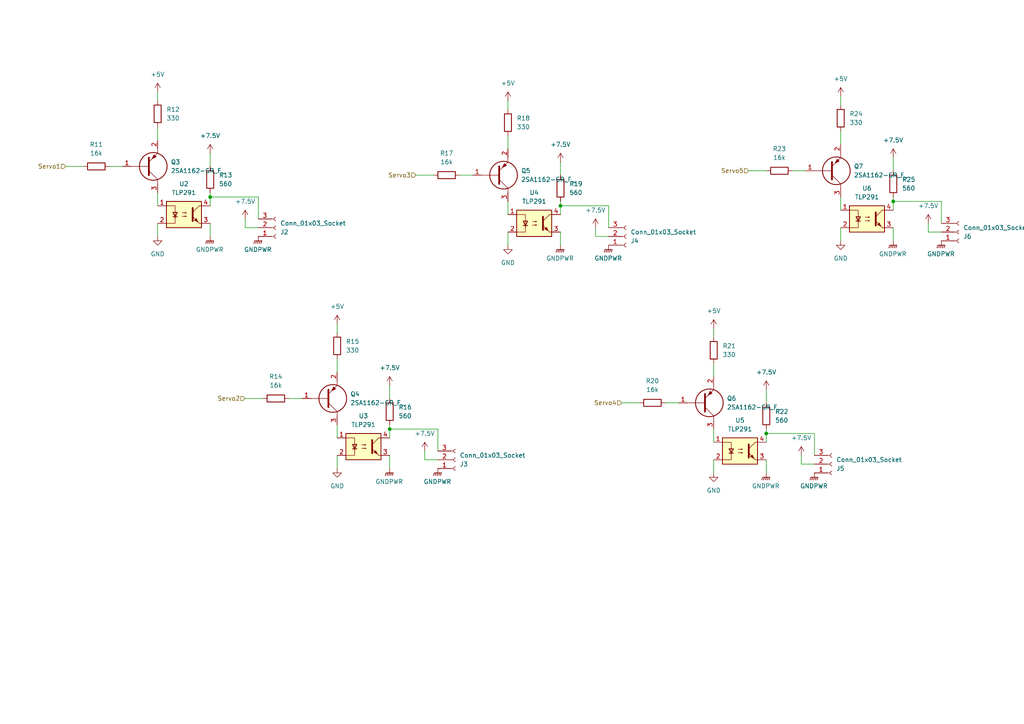
<source format=kicad_sch>
(kicad_sch
	(version 20231120)
	(generator "eeschema")
	(generator_version "8.0")
	(uuid "865fe24a-eac5-4b38-afb9-4f376216a3c1")
	(paper "A4")
	(lib_symbols
		(symbol "Connector:Conn_01x03_Socket"
			(pin_names
				(offset 1.016) hide)
			(exclude_from_sim no)
			(in_bom yes)
			(on_board yes)
			(property "Reference" "J"
				(at 0 5.08 0)
				(effects
					(font
						(size 1.27 1.27)
					)
				)
			)
			(property "Value" "Conn_01x03_Socket"
				(at 0 -5.08 0)
				(effects
					(font
						(size 1.27 1.27)
					)
				)
			)
			(property "Footprint" ""
				(at 0 0 0)
				(effects
					(font
						(size 1.27 1.27)
					)
					(hide yes)
				)
			)
			(property "Datasheet" "~"
				(at 0 0 0)
				(effects
					(font
						(size 1.27 1.27)
					)
					(hide yes)
				)
			)
			(property "Description" "Generic connector, single row, 01x03, script generated"
				(at 0 0 0)
				(effects
					(font
						(size 1.27 1.27)
					)
					(hide yes)
				)
			)
			(property "ki_locked" ""
				(at 0 0 0)
				(effects
					(font
						(size 1.27 1.27)
					)
				)
			)
			(property "ki_keywords" "connector"
				(at 0 0 0)
				(effects
					(font
						(size 1.27 1.27)
					)
					(hide yes)
				)
			)
			(property "ki_fp_filters" "Connector*:*_1x??_*"
				(at 0 0 0)
				(effects
					(font
						(size 1.27 1.27)
					)
					(hide yes)
				)
			)
			(symbol "Conn_01x03_Socket_1_1"
				(arc
					(start 0 -2.032)
					(mid -0.5058 -2.54)
					(end 0 -3.048)
					(stroke
						(width 0.1524)
						(type default)
					)
					(fill
						(type none)
					)
				)
				(polyline
					(pts
						(xy -1.27 -2.54) (xy -0.508 -2.54)
					)
					(stroke
						(width 0.1524)
						(type default)
					)
					(fill
						(type none)
					)
				)
				(polyline
					(pts
						(xy -1.27 0) (xy -0.508 0)
					)
					(stroke
						(width 0.1524)
						(type default)
					)
					(fill
						(type none)
					)
				)
				(polyline
					(pts
						(xy -1.27 2.54) (xy -0.508 2.54)
					)
					(stroke
						(width 0.1524)
						(type default)
					)
					(fill
						(type none)
					)
				)
				(arc
					(start 0 0.508)
					(mid -0.5058 0)
					(end 0 -0.508)
					(stroke
						(width 0.1524)
						(type default)
					)
					(fill
						(type none)
					)
				)
				(arc
					(start 0 3.048)
					(mid -0.5058 2.54)
					(end 0 2.032)
					(stroke
						(width 0.1524)
						(type default)
					)
					(fill
						(type none)
					)
				)
				(pin passive line
					(at -5.08 2.54 0)
					(length 3.81)
					(name "Pin_1"
						(effects
							(font
								(size 1.27 1.27)
							)
						)
					)
					(number "1"
						(effects
							(font
								(size 1.27 1.27)
							)
						)
					)
				)
				(pin passive line
					(at -5.08 0 0)
					(length 3.81)
					(name "Pin_2"
						(effects
							(font
								(size 1.27 1.27)
							)
						)
					)
					(number "2"
						(effects
							(font
								(size 1.27 1.27)
							)
						)
					)
				)
				(pin passive line
					(at -5.08 -2.54 0)
					(length 3.81)
					(name "Pin_3"
						(effects
							(font
								(size 1.27 1.27)
							)
						)
					)
					(number "3"
						(effects
							(font
								(size 1.27 1.27)
							)
						)
					)
				)
			)
		)
		(symbol "Device:R"
			(pin_numbers hide)
			(pin_names
				(offset 0)
			)
			(exclude_from_sim no)
			(in_bom yes)
			(on_board yes)
			(property "Reference" "R"
				(at 2.032 0 90)
				(effects
					(font
						(size 1.27 1.27)
					)
				)
			)
			(property "Value" "R"
				(at 0 0 90)
				(effects
					(font
						(size 1.27 1.27)
					)
				)
			)
			(property "Footprint" ""
				(at -1.778 0 90)
				(effects
					(font
						(size 1.27 1.27)
					)
					(hide yes)
				)
			)
			(property "Datasheet" "~"
				(at 0 0 0)
				(effects
					(font
						(size 1.27 1.27)
					)
					(hide yes)
				)
			)
			(property "Description" "Resistor"
				(at 0 0 0)
				(effects
					(font
						(size 1.27 1.27)
					)
					(hide yes)
				)
			)
			(property "ki_keywords" "R res resistor"
				(at 0 0 0)
				(effects
					(font
						(size 1.27 1.27)
					)
					(hide yes)
				)
			)
			(property "ki_fp_filters" "R_*"
				(at 0 0 0)
				(effects
					(font
						(size 1.27 1.27)
					)
					(hide yes)
				)
			)
			(symbol "R_0_1"
				(rectangle
					(start -1.016 -2.54)
					(end 1.016 2.54)
					(stroke
						(width 0.254)
						(type default)
					)
					(fill
						(type none)
					)
				)
			)
			(symbol "R_1_1"
				(pin passive line
					(at 0 3.81 270)
					(length 1.27)
					(name "~"
						(effects
							(font
								(size 1.27 1.27)
							)
						)
					)
					(number "1"
						(effects
							(font
								(size 1.27 1.27)
							)
						)
					)
				)
				(pin passive line
					(at 0 -3.81 90)
					(length 1.27)
					(name "~"
						(effects
							(font
								(size 1.27 1.27)
							)
						)
					)
					(number "2"
						(effects
							(font
								(size 1.27 1.27)
							)
						)
					)
				)
			)
		)
		(symbol "Isolator:TLP291"
			(exclude_from_sim no)
			(in_bom yes)
			(on_board yes)
			(property "Reference" "U"
				(at -5.08 5.08 0)
				(effects
					(font
						(size 1.27 1.27)
					)
					(justify left)
				)
			)
			(property "Value" "TLP291"
				(at 0 5.08 0)
				(effects
					(font
						(size 1.27 1.27)
					)
					(justify left)
				)
			)
			(property "Footprint" "Package_SO:SOIC-4_4.55x2.6mm_P1.27mm"
				(at -5.08 -5.08 0)
				(effects
					(font
						(size 1.27 1.27)
						(italic yes)
					)
					(justify left)
					(hide yes)
				)
			)
			(property "Datasheet" "https://toshiba.semicon-storage.com/info/docget.jsp?did=12884&prodName=TLP291"
				(at 0 0 0)
				(effects
					(font
						(size 1.27 1.27)
					)
					(justify left)
					(hide yes)
				)
			)
			(property "Description" "DC Optocoupler, Vce 80V, CTR 50-100%, SOP4"
				(at 0 0 0)
				(effects
					(font
						(size 1.27 1.27)
					)
					(hide yes)
				)
			)
			(property "ki_keywords" "NPN DC Optocoupler"
				(at 0 0 0)
				(effects
					(font
						(size 1.27 1.27)
					)
					(hide yes)
				)
			)
			(property "ki_fp_filters" "SOIC*4.55x2.6mm*P1.27mm*"
				(at 0 0 0)
				(effects
					(font
						(size 1.27 1.27)
					)
					(hide yes)
				)
			)
			(symbol "TLP291_0_1"
				(rectangle
					(start -5.08 3.81)
					(end 5.08 -3.81)
					(stroke
						(width 0.254)
						(type default)
					)
					(fill
						(type background)
					)
				)
				(polyline
					(pts
						(xy -3.175 -0.635) (xy -1.905 -0.635)
					)
					(stroke
						(width 0.254)
						(type default)
					)
					(fill
						(type none)
					)
				)
				(polyline
					(pts
						(xy 2.54 0.635) (xy 4.445 2.54)
					)
					(stroke
						(width 0)
						(type default)
					)
					(fill
						(type none)
					)
				)
				(polyline
					(pts
						(xy 4.445 -2.54) (xy 2.54 -0.635)
					)
					(stroke
						(width 0)
						(type default)
					)
					(fill
						(type outline)
					)
				)
				(polyline
					(pts
						(xy 4.445 -2.54) (xy 5.08 -2.54)
					)
					(stroke
						(width 0)
						(type default)
					)
					(fill
						(type none)
					)
				)
				(polyline
					(pts
						(xy 4.445 2.54) (xy 5.08 2.54)
					)
					(stroke
						(width 0)
						(type default)
					)
					(fill
						(type none)
					)
				)
				(polyline
					(pts
						(xy -2.54 -0.635) (xy -2.54 -2.54) (xy -5.08 -2.54)
					)
					(stroke
						(width 0)
						(type default)
					)
					(fill
						(type none)
					)
				)
				(polyline
					(pts
						(xy 2.54 1.905) (xy 2.54 -1.905) (xy 2.54 -1.905)
					)
					(stroke
						(width 0.508)
						(type default)
					)
					(fill
						(type none)
					)
				)
				(polyline
					(pts
						(xy -5.08 2.54) (xy -2.54 2.54) (xy -2.54 -1.27) (xy -2.54 0.635)
					)
					(stroke
						(width 0)
						(type default)
					)
					(fill
						(type none)
					)
				)
				(polyline
					(pts
						(xy -2.54 -0.635) (xy -3.175 0.635) (xy -1.905 0.635) (xy -2.54 -0.635)
					)
					(stroke
						(width 0.254)
						(type default)
					)
					(fill
						(type none)
					)
				)
				(polyline
					(pts
						(xy -0.508 -0.508) (xy 0.762 -0.508) (xy 0.381 -0.635) (xy 0.381 -0.381) (xy 0.762 -0.508)
					)
					(stroke
						(width 0)
						(type default)
					)
					(fill
						(type none)
					)
				)
				(polyline
					(pts
						(xy -0.508 0.508) (xy 0.762 0.508) (xy 0.381 0.381) (xy 0.381 0.635) (xy 0.762 0.508)
					)
					(stroke
						(width 0)
						(type default)
					)
					(fill
						(type none)
					)
				)
				(polyline
					(pts
						(xy 3.048 -1.651) (xy 3.556 -1.143) (xy 4.064 -2.159) (xy 3.048 -1.651) (xy 3.048 -1.651)
					)
					(stroke
						(width 0)
						(type default)
					)
					(fill
						(type outline)
					)
				)
			)
			(symbol "TLP291_1_1"
				(pin passive line
					(at -7.62 2.54 0)
					(length 2.54)
					(name "~"
						(effects
							(font
								(size 1.27 1.27)
							)
						)
					)
					(number "1"
						(effects
							(font
								(size 1.27 1.27)
							)
						)
					)
				)
				(pin passive line
					(at -7.62 -2.54 0)
					(length 2.54)
					(name "~"
						(effects
							(font
								(size 1.27 1.27)
							)
						)
					)
					(number "2"
						(effects
							(font
								(size 1.27 1.27)
							)
						)
					)
				)
				(pin passive line
					(at 7.62 -2.54 180)
					(length 2.54)
					(name "~"
						(effects
							(font
								(size 1.27 1.27)
							)
						)
					)
					(number "3"
						(effects
							(font
								(size 1.27 1.27)
							)
						)
					)
				)
				(pin passive line
					(at 7.62 2.54 180)
					(length 2.54)
					(name "~"
						(effects
							(font
								(size 1.27 1.27)
							)
						)
					)
					(number "4"
						(effects
							(font
								(size 1.27 1.27)
							)
						)
					)
				)
			)
		)
		(symbol "SamacSys_Parts:2SA1162-GR_F_"
			(pin_names
				(offset 0.762)
			)
			(exclude_from_sim no)
			(in_bom yes)
			(on_board yes)
			(property "Reference" "Q"
				(at 13.97 1.27 0)
				(effects
					(font
						(size 1.27 1.27)
					)
					(justify left)
				)
			)
			(property "Value" "2SA1162-GR_F_"
				(at 13.97 -1.27 0)
				(effects
					(font
						(size 1.27 1.27)
					)
					(justify left)
				)
			)
			(property "Footprint" "SSM3K7002CFULF"
				(at 13.97 -3.81 0)
				(effects
					(font
						(size 1.27 1.27)
					)
					(justify left)
					(hide yes)
				)
			)
			(property "Datasheet" "https://toshiba.semicon-storage.com/ap-en/product/bipolar-transistor/bipolar-transistor/detail.2SA1162.html"
				(at 13.97 -6.35 0)
				(effects
					(font
						(size 1.27 1.27)
					)
					(justify left)
					(hide yes)
				)
			)
			(property "Description" "Transistor Toshiba 2SA1162-GR(F) PNP Bipolar Transistor, 0.15 A, 50 V, 3-Pin SC-59"
				(at 0 0 0)
				(effects
					(font
						(size 1.27 1.27)
					)
					(hide yes)
				)
			)
			(property "Description_1" "Transistor Toshiba 2SA1162-GR(F) PNP Bipolar Transistor, 0.15 A, 50 V, 3-Pin SC-59"
				(at 13.97 -8.89 0)
				(effects
					(font
						(size 1.27 1.27)
					)
					(justify left)
					(hide yes)
				)
			)
			(property "Height" ""
				(at 13.97 -11.43 0)
				(effects
					(font
						(size 1.27 1.27)
					)
					(justify left)
					(hide yes)
				)
			)
			(property "Manufacturer_Name" "Toshiba"
				(at 13.97 -13.97 0)
				(effects
					(font
						(size 1.27 1.27)
					)
					(justify left)
					(hide yes)
				)
			)
			(property "Manufacturer_Part_Number" "2SA1162-GR(F)"
				(at 13.97 -16.51 0)
				(effects
					(font
						(size 1.27 1.27)
					)
					(justify left)
					(hide yes)
				)
			)
			(property "Mouser Part Number" ""
				(at 13.97 -19.05 0)
				(effects
					(font
						(size 1.27 1.27)
					)
					(justify left)
					(hide yes)
				)
			)
			(property "Mouser Price/Stock" ""
				(at 13.97 -21.59 0)
				(effects
					(font
						(size 1.27 1.27)
					)
					(justify left)
					(hide yes)
				)
			)
			(property "Arrow Part Number" ""
				(at 13.97 -24.13 0)
				(effects
					(font
						(size 1.27 1.27)
					)
					(justify left)
					(hide yes)
				)
			)
			(property "Arrow Price/Stock" ""
				(at 13.97 -26.67 0)
				(effects
					(font
						(size 1.27 1.27)
					)
					(justify left)
					(hide yes)
				)
			)
			(symbol "2SA1162-GR_F__0_0"
				(pin passive line
					(at 0 0 0)
					(length 2.54)
					(name "~"
						(effects
							(font
								(size 1.27 1.27)
							)
						)
					)
					(number "1"
						(effects
							(font
								(size 1.27 1.27)
							)
						)
					)
				)
				(pin passive line
					(at 10.16 -7.62 90)
					(length 2.54)
					(name "~"
						(effects
							(font
								(size 1.27 1.27)
							)
						)
					)
					(number "2"
						(effects
							(font
								(size 1.27 1.27)
							)
						)
					)
				)
				(pin passive line
					(at 10.16 7.62 270)
					(length 2.54)
					(name "~"
						(effects
							(font
								(size 1.27 1.27)
							)
						)
					)
					(number "3"
						(effects
							(font
								(size 1.27 1.27)
							)
						)
					)
				)
			)
			(symbol "2SA1162-GR_F__0_1"
				(polyline
					(pts
						(xy 2.54 0) (xy 7.62 0)
					)
					(stroke
						(width 0.1524)
						(type solid)
					)
					(fill
						(type none)
					)
				)
				(polyline
					(pts
						(xy 7.62 -1.27) (xy 10.16 -3.81)
					)
					(stroke
						(width 0.1524)
						(type solid)
					)
					(fill
						(type none)
					)
				)
				(polyline
					(pts
						(xy 7.62 1.27) (xy 10.16 3.81)
					)
					(stroke
						(width 0.1524)
						(type solid)
					)
					(fill
						(type none)
					)
				)
				(polyline
					(pts
						(xy 7.62 2.54) (xy 7.62 -2.54)
					)
					(stroke
						(width 0.508)
						(type solid)
					)
					(fill
						(type none)
					)
				)
				(polyline
					(pts
						(xy 10.16 -3.81) (xy 10.16 -5.08)
					)
					(stroke
						(width 0.1524)
						(type solid)
					)
					(fill
						(type none)
					)
				)
				(polyline
					(pts
						(xy 10.16 3.81) (xy 10.16 5.08)
					)
					(stroke
						(width 0.1524)
						(type solid)
					)
					(fill
						(type none)
					)
				)
				(polyline
					(pts
						(xy 9.652 -2.794) (xy 9.144 -3.302) (xy 8.636 -2.286) (xy 9.652 -2.794)
					)
					(stroke
						(width 0.254)
						(type solid)
					)
					(fill
						(type outline)
					)
				)
				(circle
					(center 8.89 0)
					(radius 4.0132)
					(stroke
						(width 0.254)
						(type solid)
					)
					(fill
						(type none)
					)
				)
			)
		)
		(symbol "power:+5V"
			(power)
			(pin_numbers hide)
			(pin_names
				(offset 0) hide)
			(exclude_from_sim no)
			(in_bom yes)
			(on_board yes)
			(property "Reference" "#PWR"
				(at 0 -3.81 0)
				(effects
					(font
						(size 1.27 1.27)
					)
					(hide yes)
				)
			)
			(property "Value" "+5V"
				(at 0 3.556 0)
				(effects
					(font
						(size 1.27 1.27)
					)
				)
			)
			(property "Footprint" ""
				(at 0 0 0)
				(effects
					(font
						(size 1.27 1.27)
					)
					(hide yes)
				)
			)
			(property "Datasheet" ""
				(at 0 0 0)
				(effects
					(font
						(size 1.27 1.27)
					)
					(hide yes)
				)
			)
			(property "Description" "Power symbol creates a global label with name \"+5V\""
				(at 0 0 0)
				(effects
					(font
						(size 1.27 1.27)
					)
					(hide yes)
				)
			)
			(property "ki_keywords" "global power"
				(at 0 0 0)
				(effects
					(font
						(size 1.27 1.27)
					)
					(hide yes)
				)
			)
			(symbol "+5V_0_1"
				(polyline
					(pts
						(xy -0.762 1.27) (xy 0 2.54)
					)
					(stroke
						(width 0)
						(type default)
					)
					(fill
						(type none)
					)
				)
				(polyline
					(pts
						(xy 0 0) (xy 0 2.54)
					)
					(stroke
						(width 0)
						(type default)
					)
					(fill
						(type none)
					)
				)
				(polyline
					(pts
						(xy 0 2.54) (xy 0.762 1.27)
					)
					(stroke
						(width 0)
						(type default)
					)
					(fill
						(type none)
					)
				)
			)
			(symbol "+5V_1_1"
				(pin power_in line
					(at 0 0 90)
					(length 0)
					(name "~"
						(effects
							(font
								(size 1.27 1.27)
							)
						)
					)
					(number "1"
						(effects
							(font
								(size 1.27 1.27)
							)
						)
					)
				)
			)
		)
		(symbol "power:+7.5V"
			(power)
			(pin_numbers hide)
			(pin_names
				(offset 0) hide)
			(exclude_from_sim no)
			(in_bom yes)
			(on_board yes)
			(property "Reference" "#PWR"
				(at 0 -3.81 0)
				(effects
					(font
						(size 1.27 1.27)
					)
					(hide yes)
				)
			)
			(property "Value" "+7.5V"
				(at 0 3.556 0)
				(effects
					(font
						(size 1.27 1.27)
					)
				)
			)
			(property "Footprint" ""
				(at 0 0 0)
				(effects
					(font
						(size 1.27 1.27)
					)
					(hide yes)
				)
			)
			(property "Datasheet" ""
				(at 0 0 0)
				(effects
					(font
						(size 1.27 1.27)
					)
					(hide yes)
				)
			)
			(property "Description" "Power symbol creates a global label with name \"+7.5V\""
				(at 0 0 0)
				(effects
					(font
						(size 1.27 1.27)
					)
					(hide yes)
				)
			)
			(property "ki_keywords" "global power"
				(at 0 0 0)
				(effects
					(font
						(size 1.27 1.27)
					)
					(hide yes)
				)
			)
			(symbol "+7.5V_0_1"
				(polyline
					(pts
						(xy -0.762 1.27) (xy 0 2.54)
					)
					(stroke
						(width 0)
						(type default)
					)
					(fill
						(type none)
					)
				)
				(polyline
					(pts
						(xy 0 0) (xy 0 2.54)
					)
					(stroke
						(width 0)
						(type default)
					)
					(fill
						(type none)
					)
				)
				(polyline
					(pts
						(xy 0 2.54) (xy 0.762 1.27)
					)
					(stroke
						(width 0)
						(type default)
					)
					(fill
						(type none)
					)
				)
			)
			(symbol "+7.5V_1_1"
				(pin power_in line
					(at 0 0 90)
					(length 0)
					(name "~"
						(effects
							(font
								(size 1.27 1.27)
							)
						)
					)
					(number "1"
						(effects
							(font
								(size 1.27 1.27)
							)
						)
					)
				)
			)
		)
		(symbol "power:GND"
			(power)
			(pin_numbers hide)
			(pin_names
				(offset 0) hide)
			(exclude_from_sim no)
			(in_bom yes)
			(on_board yes)
			(property "Reference" "#PWR"
				(at 0 -6.35 0)
				(effects
					(font
						(size 1.27 1.27)
					)
					(hide yes)
				)
			)
			(property "Value" "GND"
				(at 0 -3.81 0)
				(effects
					(font
						(size 1.27 1.27)
					)
				)
			)
			(property "Footprint" ""
				(at 0 0 0)
				(effects
					(font
						(size 1.27 1.27)
					)
					(hide yes)
				)
			)
			(property "Datasheet" ""
				(at 0 0 0)
				(effects
					(font
						(size 1.27 1.27)
					)
					(hide yes)
				)
			)
			(property "Description" "Power symbol creates a global label with name \"GND\" , ground"
				(at 0 0 0)
				(effects
					(font
						(size 1.27 1.27)
					)
					(hide yes)
				)
			)
			(property "ki_keywords" "global power"
				(at 0 0 0)
				(effects
					(font
						(size 1.27 1.27)
					)
					(hide yes)
				)
			)
			(symbol "GND_0_1"
				(polyline
					(pts
						(xy 0 0) (xy 0 -1.27) (xy 1.27 -1.27) (xy 0 -2.54) (xy -1.27 -1.27) (xy 0 -1.27)
					)
					(stroke
						(width 0)
						(type default)
					)
					(fill
						(type none)
					)
				)
			)
			(symbol "GND_1_1"
				(pin power_in line
					(at 0 0 270)
					(length 0)
					(name "~"
						(effects
							(font
								(size 1.27 1.27)
							)
						)
					)
					(number "1"
						(effects
							(font
								(size 1.27 1.27)
							)
						)
					)
				)
			)
		)
		(symbol "power:GNDPWR"
			(power)
			(pin_numbers hide)
			(pin_names
				(offset 0) hide)
			(exclude_from_sim no)
			(in_bom yes)
			(on_board yes)
			(property "Reference" "#PWR"
				(at 0 -5.08 0)
				(effects
					(font
						(size 1.27 1.27)
					)
					(hide yes)
				)
			)
			(property "Value" "GNDPWR"
				(at 0 -3.302 0)
				(effects
					(font
						(size 1.27 1.27)
					)
				)
			)
			(property "Footprint" ""
				(at 0 -1.27 0)
				(effects
					(font
						(size 1.27 1.27)
					)
					(hide yes)
				)
			)
			(property "Datasheet" ""
				(at 0 -1.27 0)
				(effects
					(font
						(size 1.27 1.27)
					)
					(hide yes)
				)
			)
			(property "Description" "Power symbol creates a global label with name \"GNDPWR\" , global ground"
				(at 0 0 0)
				(effects
					(font
						(size 1.27 1.27)
					)
					(hide yes)
				)
			)
			(property "ki_keywords" "global ground"
				(at 0 0 0)
				(effects
					(font
						(size 1.27 1.27)
					)
					(hide yes)
				)
			)
			(symbol "GNDPWR_0_1"
				(polyline
					(pts
						(xy 0 -1.27) (xy 0 0)
					)
					(stroke
						(width 0)
						(type default)
					)
					(fill
						(type none)
					)
				)
				(polyline
					(pts
						(xy -1.016 -1.27) (xy -1.27 -2.032) (xy -1.27 -2.032)
					)
					(stroke
						(width 0.2032)
						(type default)
					)
					(fill
						(type none)
					)
				)
				(polyline
					(pts
						(xy -0.508 -1.27) (xy -0.762 -2.032) (xy -0.762 -2.032)
					)
					(stroke
						(width 0.2032)
						(type default)
					)
					(fill
						(type none)
					)
				)
				(polyline
					(pts
						(xy 0 -1.27) (xy -0.254 -2.032) (xy -0.254 -2.032)
					)
					(stroke
						(width 0.2032)
						(type default)
					)
					(fill
						(type none)
					)
				)
				(polyline
					(pts
						(xy 0.508 -1.27) (xy 0.254 -2.032) (xy 0.254 -2.032)
					)
					(stroke
						(width 0.2032)
						(type default)
					)
					(fill
						(type none)
					)
				)
				(polyline
					(pts
						(xy 1.016 -1.27) (xy -1.016 -1.27) (xy -1.016 -1.27)
					)
					(stroke
						(width 0.2032)
						(type default)
					)
					(fill
						(type none)
					)
				)
				(polyline
					(pts
						(xy 1.016 -1.27) (xy 0.762 -2.032) (xy 0.762 -2.032) (xy 0.762 -2.032)
					)
					(stroke
						(width 0.2032)
						(type default)
					)
					(fill
						(type none)
					)
				)
			)
			(symbol "GNDPWR_1_1"
				(pin power_in line
					(at 0 0 270)
					(length 0)
					(name "~"
						(effects
							(font
								(size 1.27 1.27)
							)
						)
					)
					(number "1"
						(effects
							(font
								(size 1.27 1.27)
							)
						)
					)
				)
			)
		)
	)
	(junction
		(at 259.08 58.42)
		(diameter 0)
		(color 0 0 0 0)
		(uuid "836ed1ad-bec9-474b-9ab7-2cd4d1b3dc79")
	)
	(junction
		(at 60.96 57.15)
		(diameter 0)
		(color 0 0 0 0)
		(uuid "92bea926-c86f-4d7c-86e4-cc2b2d7d7ddb")
	)
	(junction
		(at 162.56 59.69)
		(diameter 0)
		(color 0 0 0 0)
		(uuid "a248e712-8751-48c1-857d-ca4913f5af4e")
	)
	(junction
		(at 222.25 125.73)
		(diameter 0)
		(color 0 0 0 0)
		(uuid "c116b9eb-68f2-40cf-a282-580683dc7045")
	)
	(junction
		(at 113.03 124.46)
		(diameter 0)
		(color 0 0 0 0)
		(uuid "f52fe9c2-c175-41e7-8ec7-6907e9883836")
	)
	(wire
		(pts
			(xy 222.25 124.46) (xy 222.25 125.73)
		)
		(stroke
			(width 0)
			(type default)
		)
		(uuid "10eef8f2-c5be-48a2-8960-346d3127d504")
	)
	(wire
		(pts
			(xy 133.35 50.8) (xy 137.16 50.8)
		)
		(stroke
			(width 0)
			(type default)
		)
		(uuid "15ab46d1-a280-4908-9c9a-4861fd56c730")
	)
	(wire
		(pts
			(xy 113.03 124.46) (xy 113.03 127)
		)
		(stroke
			(width 0)
			(type default)
		)
		(uuid "19341226-d03d-4321-ad88-86015c26140b")
	)
	(wire
		(pts
			(xy 97.79 104.14) (xy 97.79 107.95)
		)
		(stroke
			(width 0)
			(type default)
		)
		(uuid "19a5ada6-2303-4e01-b782-4efcc53e5e3e")
	)
	(wire
		(pts
			(xy 83.82 115.57) (xy 87.63 115.57)
		)
		(stroke
			(width 0)
			(type default)
		)
		(uuid "1b33df7f-9973-4cf7-95ad-6a775cd9d570")
	)
	(wire
		(pts
			(xy 120.65 50.8) (xy 125.73 50.8)
		)
		(stroke
			(width 0)
			(type default)
		)
		(uuid "1cdbd9a8-2cdc-448d-b4a7-08a2c7045877")
	)
	(wire
		(pts
			(xy 243.84 38.1) (xy 243.84 41.91)
		)
		(stroke
			(width 0)
			(type default)
		)
		(uuid "1ee03ce7-8091-44a2-9c23-193acf315bfc")
	)
	(wire
		(pts
			(xy 162.56 46.99) (xy 162.56 50.8)
		)
		(stroke
			(width 0)
			(type default)
		)
		(uuid "25fdfd31-08d4-4628-b969-0ddfb6bccc1b")
	)
	(wire
		(pts
			(xy 259.08 45.72) (xy 259.08 49.53)
		)
		(stroke
			(width 0)
			(type default)
		)
		(uuid "320ab55f-b533-42b7-8dc3-de53c3258cc3")
	)
	(wire
		(pts
			(xy 176.53 59.69) (xy 162.56 59.69)
		)
		(stroke
			(width 0)
			(type default)
		)
		(uuid "3493ad56-052c-42c2-8382-1a8463769db7")
	)
	(wire
		(pts
			(xy 147.32 67.31) (xy 147.32 71.12)
		)
		(stroke
			(width 0)
			(type default)
		)
		(uuid "391de988-3b84-4bad-acd0-f5f970807703")
	)
	(wire
		(pts
			(xy 113.03 123.19) (xy 113.03 124.46)
		)
		(stroke
			(width 0)
			(type default)
		)
		(uuid "39f2bf21-e2a7-4e4a-8712-397ddc0b4423")
	)
	(wire
		(pts
			(xy 45.72 26.67) (xy 45.72 29.21)
		)
		(stroke
			(width 0)
			(type default)
		)
		(uuid "3eb6f292-b579-4f86-96e7-c846ae98ffcf")
	)
	(wire
		(pts
			(xy 127 130.81) (xy 127 124.46)
		)
		(stroke
			(width 0)
			(type default)
		)
		(uuid "423f728d-ac3e-4bf9-b055-e1fcc6520111")
	)
	(wire
		(pts
			(xy 123.19 130.81) (xy 123.19 133.35)
		)
		(stroke
			(width 0)
			(type default)
		)
		(uuid "475c9a52-a98f-4ede-9855-b2b144a3ee7a")
	)
	(wire
		(pts
			(xy 97.79 123.19) (xy 97.79 127)
		)
		(stroke
			(width 0)
			(type default)
		)
		(uuid "47d5f41f-8aa0-44f5-ba2b-25d7e6d8671b")
	)
	(wire
		(pts
			(xy 147.32 29.21) (xy 147.32 31.75)
		)
		(stroke
			(width 0)
			(type default)
		)
		(uuid "4a3fff83-aa35-4292-bf51-1eaa0769855f")
	)
	(wire
		(pts
			(xy 74.93 57.15) (xy 60.96 57.15)
		)
		(stroke
			(width 0)
			(type default)
		)
		(uuid "4e481824-8f50-4df1-8902-8c0ca9b23253")
	)
	(wire
		(pts
			(xy 60.96 44.45) (xy 60.96 48.26)
		)
		(stroke
			(width 0)
			(type default)
		)
		(uuid "56a3439a-56a6-4950-b120-f5cad93c65ba")
	)
	(wire
		(pts
			(xy 45.72 64.77) (xy 45.72 68.58)
		)
		(stroke
			(width 0)
			(type default)
		)
		(uuid "63d54173-3703-4173-92a9-989d29a289d5")
	)
	(wire
		(pts
			(xy 259.08 58.42) (xy 259.08 60.96)
		)
		(stroke
			(width 0)
			(type default)
		)
		(uuid "65764732-0465-4c3c-9648-70effa413e74")
	)
	(wire
		(pts
			(xy 162.56 58.42) (xy 162.56 59.69)
		)
		(stroke
			(width 0)
			(type default)
		)
		(uuid "6900723d-2142-4b58-94fc-4a3d2b922c13")
	)
	(wire
		(pts
			(xy 45.72 55.88) (xy 45.72 59.69)
		)
		(stroke
			(width 0)
			(type default)
		)
		(uuid "6f423022-eeba-4c6a-977d-409543fc3d87")
	)
	(wire
		(pts
			(xy 127 124.46) (xy 113.03 124.46)
		)
		(stroke
			(width 0)
			(type default)
		)
		(uuid "703be95a-e197-431f-be53-81c0ce250632")
	)
	(wire
		(pts
			(xy 207.01 124.46) (xy 207.01 128.27)
		)
		(stroke
			(width 0)
			(type default)
		)
		(uuid "76811c9d-bfc0-4b29-a99b-2150b056b033")
	)
	(wire
		(pts
			(xy 172.72 66.04) (xy 172.72 68.58)
		)
		(stroke
			(width 0)
			(type default)
		)
		(uuid "791626c0-1526-4227-89d9-21e4ae5a6fa2")
	)
	(wire
		(pts
			(xy 19.05 48.26) (xy 24.13 48.26)
		)
		(stroke
			(width 0)
			(type default)
		)
		(uuid "79fe61ed-2fa1-4773-a78e-7cf226cd05bc")
	)
	(wire
		(pts
			(xy 236.22 125.73) (xy 222.25 125.73)
		)
		(stroke
			(width 0)
			(type default)
		)
		(uuid "7d589096-9b96-462c-83da-c4db265b11dd")
	)
	(wire
		(pts
			(xy 60.96 55.88) (xy 60.96 57.15)
		)
		(stroke
			(width 0)
			(type default)
		)
		(uuid "7fd87c38-6951-48b1-8b71-1279b2c4d1da")
	)
	(wire
		(pts
			(xy 222.25 113.03) (xy 222.25 116.84)
		)
		(stroke
			(width 0)
			(type default)
		)
		(uuid "874d223c-33ff-4393-afd0-0035506f2d3f")
	)
	(wire
		(pts
			(xy 243.84 57.15) (xy 243.84 60.96)
		)
		(stroke
			(width 0)
			(type default)
		)
		(uuid "89c3748c-65e2-420a-8224-b28c38761489")
	)
	(wire
		(pts
			(xy 273.05 58.42) (xy 259.08 58.42)
		)
		(stroke
			(width 0)
			(type default)
		)
		(uuid "8a858345-7653-41ab-b5e0-706373d372d8")
	)
	(wire
		(pts
			(xy 60.96 64.77) (xy 60.96 68.58)
		)
		(stroke
			(width 0)
			(type default)
		)
		(uuid "8d76929f-85aa-4eed-b0e4-f2649138bdfe")
	)
	(wire
		(pts
			(xy 269.24 64.77) (xy 269.24 67.31)
		)
		(stroke
			(width 0)
			(type default)
		)
		(uuid "8e5c253a-8780-4452-812d-07c7e3dcd8ab")
	)
	(wire
		(pts
			(xy 193.04 116.84) (xy 196.85 116.84)
		)
		(stroke
			(width 0)
			(type default)
		)
		(uuid "8efcc8d9-f88d-43b6-9cdf-16f0e9cb5a42")
	)
	(wire
		(pts
			(xy 71.12 66.04) (xy 74.93 66.04)
		)
		(stroke
			(width 0)
			(type default)
		)
		(uuid "94e406dc-0123-499d-b773-6acfaf7fa911")
	)
	(wire
		(pts
			(xy 207.01 95.25) (xy 207.01 97.79)
		)
		(stroke
			(width 0)
			(type default)
		)
		(uuid "9eb9c328-7ea0-4f94-9189-bc365efd5b0c")
	)
	(wire
		(pts
			(xy 229.87 49.53) (xy 233.68 49.53)
		)
		(stroke
			(width 0)
			(type default)
		)
		(uuid "a5b87252-94d6-4d08-82b3-e65d6ef53009")
	)
	(wire
		(pts
			(xy 147.32 39.37) (xy 147.32 43.18)
		)
		(stroke
			(width 0)
			(type default)
		)
		(uuid "aaa800bd-79ed-438e-b0ee-94336e01d4e4")
	)
	(wire
		(pts
			(xy 273.05 64.77) (xy 273.05 58.42)
		)
		(stroke
			(width 0)
			(type default)
		)
		(uuid "ad6dc910-6401-484c-a9e8-1504ddb70931")
	)
	(wire
		(pts
			(xy 162.56 67.31) (xy 162.56 71.12)
		)
		(stroke
			(width 0)
			(type default)
		)
		(uuid "adf5b25b-b882-4fa0-8566-e6aa900275dc")
	)
	(wire
		(pts
			(xy 113.03 111.76) (xy 113.03 115.57)
		)
		(stroke
			(width 0)
			(type default)
		)
		(uuid "af9aabd8-1a57-470a-9ed3-03911486fb5c")
	)
	(wire
		(pts
			(xy 180.34 116.84) (xy 185.42 116.84)
		)
		(stroke
			(width 0)
			(type default)
		)
		(uuid "b11f4eff-e68b-414f-b901-ac726b87eacf")
	)
	(wire
		(pts
			(xy 97.79 93.98) (xy 97.79 96.52)
		)
		(stroke
			(width 0)
			(type default)
		)
		(uuid "b25d76fb-4020-4e34-8ed0-1673c66ae9b9")
	)
	(wire
		(pts
			(xy 176.53 66.04) (xy 176.53 59.69)
		)
		(stroke
			(width 0)
			(type default)
		)
		(uuid "b52a86e2-dc55-496b-abea-d4171c1454e3")
	)
	(wire
		(pts
			(xy 222.25 125.73) (xy 222.25 128.27)
		)
		(stroke
			(width 0)
			(type default)
		)
		(uuid "bb22b243-718c-4fb1-8fdd-167fac3d385f")
	)
	(wire
		(pts
			(xy 207.01 105.41) (xy 207.01 109.22)
		)
		(stroke
			(width 0)
			(type default)
		)
		(uuid "bb2d0e70-5df0-4b5e-8ef1-6d28204f1fd0")
	)
	(wire
		(pts
			(xy 236.22 132.08) (xy 236.22 125.73)
		)
		(stroke
			(width 0)
			(type default)
		)
		(uuid "bde8e87d-2488-49fd-bf2b-e92edf721158")
	)
	(wire
		(pts
			(xy 222.25 133.35) (xy 222.25 137.16)
		)
		(stroke
			(width 0)
			(type default)
		)
		(uuid "c14fa8b2-83bb-4bfd-8d04-383339a1e16e")
	)
	(wire
		(pts
			(xy 232.41 134.62) (xy 236.22 134.62)
		)
		(stroke
			(width 0)
			(type default)
		)
		(uuid "c8723c9f-68ab-4c90-92fa-f9ca5f233928")
	)
	(wire
		(pts
			(xy 269.24 67.31) (xy 273.05 67.31)
		)
		(stroke
			(width 0)
			(type default)
		)
		(uuid "c8a1acb2-ec29-4fa1-9547-d2391180fc4b")
	)
	(wire
		(pts
			(xy 232.41 132.08) (xy 232.41 134.62)
		)
		(stroke
			(width 0)
			(type default)
		)
		(uuid "cb875c8d-2100-4fa3-ad66-c123ed2be6e8")
	)
	(wire
		(pts
			(xy 217.17 49.53) (xy 222.25 49.53)
		)
		(stroke
			(width 0)
			(type default)
		)
		(uuid "cc625545-d197-4b64-85f6-50a0994c6bcb")
	)
	(wire
		(pts
			(xy 113.03 132.08) (xy 113.03 135.89)
		)
		(stroke
			(width 0)
			(type default)
		)
		(uuid "ccb2a687-a766-4262-9b91-d4704703af8a")
	)
	(wire
		(pts
			(xy 71.12 115.57) (xy 76.2 115.57)
		)
		(stroke
			(width 0)
			(type default)
		)
		(uuid "ccca6e2c-282f-471f-b1e7-1636db4a648f")
	)
	(wire
		(pts
			(xy 45.72 36.83) (xy 45.72 40.64)
		)
		(stroke
			(width 0)
			(type default)
		)
		(uuid "d05eb893-d2b8-4cc1-871b-2de9c5e2003d")
	)
	(wire
		(pts
			(xy 147.32 58.42) (xy 147.32 62.23)
		)
		(stroke
			(width 0)
			(type default)
		)
		(uuid "d27143b8-739c-4e41-92c2-5c4ef19e5c42")
	)
	(wire
		(pts
			(xy 259.08 57.15) (xy 259.08 58.42)
		)
		(stroke
			(width 0)
			(type default)
		)
		(uuid "d2bc35bb-6bb2-462a-a0e4-9fe85412a385")
	)
	(wire
		(pts
			(xy 172.72 68.58) (xy 176.53 68.58)
		)
		(stroke
			(width 0)
			(type default)
		)
		(uuid "d916d88f-960e-4e87-a235-5c9cc69f7d65")
	)
	(wire
		(pts
			(xy 97.79 132.08) (xy 97.79 135.89)
		)
		(stroke
			(width 0)
			(type default)
		)
		(uuid "de21f6ce-75ca-4c04-af40-2f854c33456d")
	)
	(wire
		(pts
			(xy 31.75 48.26) (xy 35.56 48.26)
		)
		(stroke
			(width 0)
			(type default)
		)
		(uuid "e04f2f4d-2d96-43ed-8af3-cdb74cea3098")
	)
	(wire
		(pts
			(xy 207.01 133.35) (xy 207.01 137.16)
		)
		(stroke
			(width 0)
			(type default)
		)
		(uuid "e0a93e61-bda5-4732-9a8a-695e79232046")
	)
	(wire
		(pts
			(xy 243.84 27.94) (xy 243.84 30.48)
		)
		(stroke
			(width 0)
			(type default)
		)
		(uuid "e7da6c09-91f3-49d9-8b56-20f2d657e238")
	)
	(wire
		(pts
			(xy 71.12 63.5) (xy 71.12 66.04)
		)
		(stroke
			(width 0)
			(type default)
		)
		(uuid "e817291d-94ba-4075-8ae9-667244856116")
	)
	(wire
		(pts
			(xy 243.84 66.04) (xy 243.84 69.85)
		)
		(stroke
			(width 0)
			(type default)
		)
		(uuid "ea5d7ded-9207-44ad-bf28-08e11fd35239")
	)
	(wire
		(pts
			(xy 162.56 59.69) (xy 162.56 62.23)
		)
		(stroke
			(width 0)
			(type default)
		)
		(uuid "ec8bb718-7d9f-42a3-9437-1aa5504693c4")
	)
	(wire
		(pts
			(xy 60.96 57.15) (xy 60.96 59.69)
		)
		(stroke
			(width 0)
			(type default)
		)
		(uuid "edf860e7-dc2a-4c54-a429-d99221c97ee9")
	)
	(wire
		(pts
			(xy 259.08 66.04) (xy 259.08 69.85)
		)
		(stroke
			(width 0)
			(type default)
		)
		(uuid "f26b2d91-4269-4706-929a-8208677d77e4")
	)
	(wire
		(pts
			(xy 123.19 133.35) (xy 127 133.35)
		)
		(stroke
			(width 0)
			(type default)
		)
		(uuid "f4ff099b-71e6-442e-b2c7-47ee6ca6d295")
	)
	(wire
		(pts
			(xy 74.93 63.5) (xy 74.93 57.15)
		)
		(stroke
			(width 0)
			(type default)
		)
		(uuid "ff135cc3-5afa-441c-b344-ef87e65a5454")
	)
	(hierarchical_label "Servo1"
		(shape input)
		(at 19.05 48.26 180)
		(fields_autoplaced yes)
		(effects
			(font
				(size 1.27 1.27)
			)
			(justify right)
		)
		(uuid "01acabbd-e1a0-4b97-b0b8-b2180dfe943c")
	)
	(hierarchical_label "Servo2"
		(shape input)
		(at 71.12 115.57 180)
		(fields_autoplaced yes)
		(effects
			(font
				(size 1.27 1.27)
			)
			(justify right)
		)
		(uuid "15fc19a6-07c6-4fbe-bf0c-bb062292864b")
	)
	(hierarchical_label "Servo5"
		(shape input)
		(at 217.17 49.53 180)
		(fields_autoplaced yes)
		(effects
			(font
				(size 1.27 1.27)
			)
			(justify right)
		)
		(uuid "b897b470-c77e-464b-ac1a-be3920d96202")
	)
	(hierarchical_label "Servo3"
		(shape input)
		(at 120.65 50.8 180)
		(fields_autoplaced yes)
		(effects
			(font
				(size 1.27 1.27)
			)
			(justify right)
		)
		(uuid "e11def96-398f-4b28-9591-436d2be6b38f")
	)
	(hierarchical_label "Servo4"
		(shape input)
		(at 180.34 116.84 180)
		(fields_autoplaced yes)
		(effects
			(font
				(size 1.27 1.27)
			)
			(justify right)
		)
		(uuid "e8e818c4-1231-453f-87d6-85bc95ff7106")
	)
	(symbol
		(lib_id "power:+5V")
		(at 207.01 95.25 0)
		(unit 1)
		(exclude_from_sim no)
		(in_bom yes)
		(on_board yes)
		(dnp no)
		(fields_autoplaced yes)
		(uuid "0197edaa-9200-4cf1-a46f-1352405673f4")
		(property "Reference" "#PWR039"
			(at 207.01 99.06 0)
			(effects
				(font
					(size 1.27 1.27)
				)
				(hide yes)
			)
		)
		(property "Value" "+5V"
			(at 207.01 90.17 0)
			(effects
				(font
					(size 1.27 1.27)
				)
			)
		)
		(property "Footprint" ""
			(at 207.01 95.25 0)
			(effects
				(font
					(size 1.27 1.27)
				)
				(hide yes)
			)
		)
		(property "Datasheet" ""
			(at 207.01 95.25 0)
			(effects
				(font
					(size 1.27 1.27)
				)
				(hide yes)
			)
		)
		(property "Description" "Power symbol creates a global label with name \"+5V\""
			(at 207.01 95.25 0)
			(effects
				(font
					(size 1.27 1.27)
				)
				(hide yes)
			)
		)
		(pin "1"
			(uuid "bc3c5649-80e1-471e-9577-7389cd4dd2e8")
		)
		(instances
			(project ""
				(path "/7933aef9-9608-4ce1-b0d8-a4ffd3b998e4/ef752bba-2aba-4124-bfe8-e31010cb4579"
					(reference "#PWR039")
					(unit 1)
				)
			)
		)
	)
	(symbol
		(lib_id "power:GNDPWR")
		(at 60.96 68.58 0)
		(unit 1)
		(exclude_from_sim no)
		(in_bom yes)
		(on_board yes)
		(dnp no)
		(fields_autoplaced yes)
		(uuid "09d262c9-a02f-4921-85d1-6e5f15067eca")
		(property "Reference" "#PWR024"
			(at 60.96 73.66 0)
			(effects
				(font
					(size 1.27 1.27)
				)
				(hide yes)
			)
		)
		(property "Value" "GNDPWR"
			(at 60.833 72.39 0)
			(effects
				(font
					(size 1.27 1.27)
				)
			)
		)
		(property "Footprint" ""
			(at 60.96 69.85 0)
			(effects
				(font
					(size 1.27 1.27)
				)
				(hide yes)
			)
		)
		(property "Datasheet" ""
			(at 60.96 69.85 0)
			(effects
				(font
					(size 1.27 1.27)
				)
				(hide yes)
			)
		)
		(property "Description" "Power symbol creates a global label with name \"GNDPWR\" , global ground"
			(at 60.96 68.58 0)
			(effects
				(font
					(size 1.27 1.27)
				)
				(hide yes)
			)
		)
		(pin "1"
			(uuid "5b558e2b-cbad-4037-be8d-9f3b7b18f595")
		)
		(instances
			(project ""
				(path "/7933aef9-9608-4ce1-b0d8-a4ffd3b998e4/ef752bba-2aba-4124-bfe8-e31010cb4579"
					(reference "#PWR024")
					(unit 1)
				)
			)
		)
	)
	(symbol
		(lib_id "SamacSys_Parts:2SA1162-GR_F_")
		(at 196.85 116.84 0)
		(mirror x)
		(unit 1)
		(exclude_from_sim no)
		(in_bom yes)
		(on_board yes)
		(dnp no)
		(fields_autoplaced yes)
		(uuid "0a5211af-88fe-425c-baac-c65ad39d6ef0")
		(property "Reference" "Q6"
			(at 210.82 115.5699 0)
			(effects
				(font
					(size 1.27 1.27)
				)
				(justify left)
			)
		)
		(property "Value" "2SA1162-GR_F_"
			(at 210.82 118.1099 0)
			(effects
				(font
					(size 1.27 1.27)
				)
				(justify left)
			)
		)
		(property "Footprint" "Package_TO_SOT_SMD:SC-59"
			(at 210.82 113.03 0)
			(effects
				(font
					(size 1.27 1.27)
				)
				(justify left)
				(hide yes)
			)
		)
		(property "Datasheet" "https://toshiba.semicon-storage.com/ap-en/product/bipolar-transistor/bipolar-transistor/detail.2SA1162.html"
			(at 210.82 110.49 0)
			(effects
				(font
					(size 1.27 1.27)
				)
				(justify left)
				(hide yes)
			)
		)
		(property "Description" "Transistor Toshiba 2SA1162-GR(F) PNP Bipolar Transistor, 0.15 A, 50 V, 3-Pin SC-59"
			(at 196.85 116.84 0)
			(effects
				(font
					(size 1.27 1.27)
				)
				(hide yes)
			)
		)
		(property "Description_1" "Transistor Toshiba 2SA1162-GR(F) PNP Bipolar Transistor, 0.15 A, 50 V, 3-Pin SC-59"
			(at 210.82 107.95 0)
			(effects
				(font
					(size 1.27 1.27)
				)
				(justify left)
				(hide yes)
			)
		)
		(property "Height" ""
			(at 210.82 105.41 0)
			(effects
				(font
					(size 1.27 1.27)
				)
				(justify left)
				(hide yes)
			)
		)
		(property "Manufacturer_Name" "Toshiba"
			(at 210.82 102.87 0)
			(effects
				(font
					(size 1.27 1.27)
				)
				(justify left)
				(hide yes)
			)
		)
		(property "Manufacturer_Part_Number" "2SA1162-GR(F)"
			(at 210.82 100.33 0)
			(effects
				(font
					(size 1.27 1.27)
				)
				(justify left)
				(hide yes)
			)
		)
		(property "Mouser Part Number" ""
			(at 210.82 97.79 0)
			(effects
				(font
					(size 1.27 1.27)
				)
				(justify left)
				(hide yes)
			)
		)
		(property "Mouser Price/Stock" ""
			(at 210.82 95.25 0)
			(effects
				(font
					(size 1.27 1.27)
				)
				(justify left)
				(hide yes)
			)
		)
		(property "Arrow Part Number" ""
			(at 210.82 92.71 0)
			(effects
				(font
					(size 1.27 1.27)
				)
				(justify left)
				(hide yes)
			)
		)
		(property "Arrow Price/Stock" ""
			(at 210.82 90.17 0)
			(effects
				(font
					(size 1.27 1.27)
				)
				(justify left)
				(hide yes)
			)
		)
		(property "JLCPCB Parts#" "C155455"
			(at 196.85 116.84 0)
			(effects
				(font
					(size 1.27 1.27)
				)
				(hide yes)
			)
		)
		(pin "2"
			(uuid "84039a8c-4fd3-48eb-a375-90fae83124cf")
		)
		(pin "1"
			(uuid "a05dd266-6e49-48ec-995f-eeb6aa58f827")
		)
		(pin "3"
			(uuid "af6dba14-011c-4805-ac8d-8632c415dd65")
		)
		(instances
			(project "chibarobo_board_2024"
				(path "/7933aef9-9608-4ce1-b0d8-a4ffd3b998e4/ef752bba-2aba-4124-bfe8-e31010cb4579"
					(reference "Q6")
					(unit 1)
				)
			)
		)
	)
	(symbol
		(lib_id "power:GNDPWR")
		(at 113.03 135.89 0)
		(unit 1)
		(exclude_from_sim no)
		(in_bom yes)
		(on_board yes)
		(dnp no)
		(fields_autoplaced yes)
		(uuid "0b455311-0fd1-4ec0-ad65-46a169d3ad15")
		(property "Reference" "#PWR030"
			(at 113.03 140.97 0)
			(effects
				(font
					(size 1.27 1.27)
				)
				(hide yes)
			)
		)
		(property "Value" "GNDPWR"
			(at 112.903 139.7 0)
			(effects
				(font
					(size 1.27 1.27)
				)
			)
		)
		(property "Footprint" ""
			(at 113.03 137.16 0)
			(effects
				(font
					(size 1.27 1.27)
				)
				(hide yes)
			)
		)
		(property "Datasheet" ""
			(at 113.03 137.16 0)
			(effects
				(font
					(size 1.27 1.27)
				)
				(hide yes)
			)
		)
		(property "Description" "Power symbol creates a global label with name \"GNDPWR\" , global ground"
			(at 113.03 135.89 0)
			(effects
				(font
					(size 1.27 1.27)
				)
				(hide yes)
			)
		)
		(pin "1"
			(uuid "04e9efaa-a839-478d-8816-8d9df0e37c86")
		)
		(instances
			(project "chibarobo_board_2024"
				(path "/7933aef9-9608-4ce1-b0d8-a4ffd3b998e4/ef752bba-2aba-4124-bfe8-e31010cb4579"
					(reference "#PWR030")
					(unit 1)
				)
			)
		)
	)
	(symbol
		(lib_id "power:GND")
		(at 45.72 68.58 0)
		(unit 1)
		(exclude_from_sim no)
		(in_bom yes)
		(on_board yes)
		(dnp no)
		(fields_autoplaced yes)
		(uuid "0b97b2fb-2c2a-4c60-a94a-83a0692d00d8")
		(property "Reference" "#PWR022"
			(at 45.72 74.93 0)
			(effects
				(font
					(size 1.27 1.27)
				)
				(hide yes)
			)
		)
		(property "Value" "GND"
			(at 45.72 73.66 0)
			(effects
				(font
					(size 1.27 1.27)
				)
			)
		)
		(property "Footprint" ""
			(at 45.72 68.58 0)
			(effects
				(font
					(size 1.27 1.27)
				)
				(hide yes)
			)
		)
		(property "Datasheet" ""
			(at 45.72 68.58 0)
			(effects
				(font
					(size 1.27 1.27)
				)
				(hide yes)
			)
		)
		(property "Description" "Power symbol creates a global label with name \"GND\" , ground"
			(at 45.72 68.58 0)
			(effects
				(font
					(size 1.27 1.27)
				)
				(hide yes)
			)
		)
		(pin "1"
			(uuid "2fb82c66-c40a-4323-8c67-fbdea3cfc67e")
		)
		(instances
			(project ""
				(path "/7933aef9-9608-4ce1-b0d8-a4ffd3b998e4/ef752bba-2aba-4124-bfe8-e31010cb4579"
					(reference "#PWR022")
					(unit 1)
				)
			)
		)
	)
	(symbol
		(lib_id "SamacSys_Parts:2SA1162-GR_F_")
		(at 87.63 115.57 0)
		(mirror x)
		(unit 1)
		(exclude_from_sim no)
		(in_bom yes)
		(on_board yes)
		(dnp no)
		(fields_autoplaced yes)
		(uuid "12490803-b342-414e-98f4-930f975969b4")
		(property "Reference" "Q4"
			(at 101.6 114.2999 0)
			(effects
				(font
					(size 1.27 1.27)
				)
				(justify left)
			)
		)
		(property "Value" "2SA1162-GR_F_"
			(at 101.6 116.8399 0)
			(effects
				(font
					(size 1.27 1.27)
				)
				(justify left)
			)
		)
		(property "Footprint" "Package_TO_SOT_SMD:SC-59"
			(at 101.6 111.76 0)
			(effects
				(font
					(size 1.27 1.27)
				)
				(justify left)
				(hide yes)
			)
		)
		(property "Datasheet" "https://toshiba.semicon-storage.com/ap-en/product/bipolar-transistor/bipolar-transistor/detail.2SA1162.html"
			(at 101.6 109.22 0)
			(effects
				(font
					(size 1.27 1.27)
				)
				(justify left)
				(hide yes)
			)
		)
		(property "Description" "Transistor Toshiba 2SA1162-GR(F) PNP Bipolar Transistor, 0.15 A, 50 V, 3-Pin SC-59"
			(at 87.63 115.57 0)
			(effects
				(font
					(size 1.27 1.27)
				)
				(hide yes)
			)
		)
		(property "Description_1" "Transistor Toshiba 2SA1162-GR(F) PNP Bipolar Transistor, 0.15 A, 50 V, 3-Pin SC-59"
			(at 101.6 106.68 0)
			(effects
				(font
					(size 1.27 1.27)
				)
				(justify left)
				(hide yes)
			)
		)
		(property "Height" ""
			(at 101.6 104.14 0)
			(effects
				(font
					(size 1.27 1.27)
				)
				(justify left)
				(hide yes)
			)
		)
		(property "Manufacturer_Name" "Toshiba"
			(at 101.6 101.6 0)
			(effects
				(font
					(size 1.27 1.27)
				)
				(justify left)
				(hide yes)
			)
		)
		(property "Manufacturer_Part_Number" "2SA1162-GR(F)"
			(at 101.6 99.06 0)
			(effects
				(font
					(size 1.27 1.27)
				)
				(justify left)
				(hide yes)
			)
		)
		(property "Mouser Part Number" ""
			(at 101.6 96.52 0)
			(effects
				(font
					(size 1.27 1.27)
				)
				(justify left)
				(hide yes)
			)
		)
		(property "Mouser Price/Stock" ""
			(at 101.6 93.98 0)
			(effects
				(font
					(size 1.27 1.27)
				)
				(justify left)
				(hide yes)
			)
		)
		(property "Arrow Part Number" ""
			(at 101.6 91.44 0)
			(effects
				(font
					(size 1.27 1.27)
				)
				(justify left)
				(hide yes)
			)
		)
		(property "Arrow Price/Stock" ""
			(at 101.6 88.9 0)
			(effects
				(font
					(size 1.27 1.27)
				)
				(justify left)
				(hide yes)
			)
		)
		(property "JLCPCB Parts#" "C155455"
			(at 87.63 115.57 0)
			(effects
				(font
					(size 1.27 1.27)
				)
				(hide yes)
			)
		)
		(pin "2"
			(uuid "81a2d27f-d065-49d4-8952-e3405908932a")
		)
		(pin "1"
			(uuid "a4ccda5d-7422-44ba-8e58-ef72246d2272")
		)
		(pin "3"
			(uuid "22cca255-9351-4657-b4ff-4e47ce1359bf")
		)
		(instances
			(project "chibarobo_board_2024"
				(path "/7933aef9-9608-4ce1-b0d8-a4ffd3b998e4/ef752bba-2aba-4124-bfe8-e31010cb4579"
					(reference "Q4")
					(unit 1)
				)
			)
		)
	)
	(symbol
		(lib_id "Device:R")
		(at 97.79 100.33 0)
		(unit 1)
		(exclude_from_sim no)
		(in_bom yes)
		(on_board yes)
		(dnp no)
		(fields_autoplaced yes)
		(uuid "1296661c-30b9-401a-819c-5cd67e67f0df")
		(property "Reference" "R15"
			(at 100.33 99.0599 0)
			(effects
				(font
					(size 1.27 1.27)
				)
				(justify left)
			)
		)
		(property "Value" "330"
			(at 100.33 101.5999 0)
			(effects
				(font
					(size 1.27 1.27)
				)
				(justify left)
			)
		)
		(property "Footprint" "Resistor_SMD:R_0603_1608Metric"
			(at 96.012 100.33 90)
			(effects
				(font
					(size 1.27 1.27)
				)
				(hide yes)
			)
		)
		(property "Datasheet" "~"
			(at 97.79 100.33 0)
			(effects
				(font
					(size 1.27 1.27)
				)
				(hide yes)
			)
		)
		(property "Description" "Resistor"
			(at 97.79 100.33 0)
			(effects
				(font
					(size 1.27 1.27)
				)
				(hide yes)
			)
		)
		(property "JLCPCB Parts#" ""
			(at 97.79 100.33 0)
			(effects
				(font
					(size 1.27 1.27)
				)
				(hide yes)
			)
		)
		(pin "1"
			(uuid "740d6f6d-a80b-4f1d-bb51-7aa9a163f464")
		)
		(pin "2"
			(uuid "a5bc661b-2b50-4583-bf91-5cfb8a0668ed")
		)
		(instances
			(project "chibarobo_board_2024"
				(path "/7933aef9-9608-4ce1-b0d8-a4ffd3b998e4/ef752bba-2aba-4124-bfe8-e31010cb4579"
					(reference "R15")
					(unit 1)
				)
			)
		)
	)
	(symbol
		(lib_id "Device:R")
		(at 226.06 49.53 90)
		(unit 1)
		(exclude_from_sim no)
		(in_bom yes)
		(on_board yes)
		(dnp no)
		(fields_autoplaced yes)
		(uuid "15074be9-4757-4d18-9a94-01a6449c13da")
		(property "Reference" "R23"
			(at 226.06 43.18 90)
			(effects
				(font
					(size 1.27 1.27)
				)
			)
		)
		(property "Value" "16k"
			(at 226.06 45.72 90)
			(effects
				(font
					(size 1.27 1.27)
				)
			)
		)
		(property "Footprint" "Resistor_SMD:R_0603_1608Metric"
			(at 226.06 51.308 90)
			(effects
				(font
					(size 1.27 1.27)
				)
				(hide yes)
			)
		)
		(property "Datasheet" "~"
			(at 226.06 49.53 0)
			(effects
				(font
					(size 1.27 1.27)
				)
				(hide yes)
			)
		)
		(property "Description" "Resistor"
			(at 226.06 49.53 0)
			(effects
				(font
					(size 1.27 1.27)
				)
				(hide yes)
			)
		)
		(property "JLCPCB Parts#" ""
			(at 226.06 49.53 0)
			(effects
				(font
					(size 1.27 1.27)
				)
				(hide yes)
			)
		)
		(pin "2"
			(uuid "c97ba442-6583-4755-95bb-8d1252e75261")
		)
		(pin "1"
			(uuid "eea547e4-5aaa-4223-840c-ab843ba3005a")
		)
		(instances
			(project "chibarobo_board_2024"
				(path "/7933aef9-9608-4ce1-b0d8-a4ffd3b998e4/ef752bba-2aba-4124-bfe8-e31010cb4579"
					(reference "R23")
					(unit 1)
				)
			)
		)
	)
	(symbol
		(lib_id "SamacSys_Parts:2SA1162-GR_F_")
		(at 35.56 48.26 0)
		(mirror x)
		(unit 1)
		(exclude_from_sim no)
		(in_bom yes)
		(on_board yes)
		(dnp no)
		(fields_autoplaced yes)
		(uuid "16bbe390-a1a6-478c-9291-f62f7fa90863")
		(property "Reference" "Q3"
			(at 49.53 46.9899 0)
			(effects
				(font
					(size 1.27 1.27)
				)
				(justify left)
			)
		)
		(property "Value" "2SA1162-GR_F_"
			(at 49.53 49.5299 0)
			(effects
				(font
					(size 1.27 1.27)
				)
				(justify left)
			)
		)
		(property "Footprint" "Package_TO_SOT_SMD:SC-59"
			(at 49.53 44.45 0)
			(effects
				(font
					(size 1.27 1.27)
				)
				(justify left)
				(hide yes)
			)
		)
		(property "Datasheet" "https://toshiba.semicon-storage.com/ap-en/product/bipolar-transistor/bipolar-transistor/detail.2SA1162.html"
			(at 49.53 41.91 0)
			(effects
				(font
					(size 1.27 1.27)
				)
				(justify left)
				(hide yes)
			)
		)
		(property "Description" "Transistor Toshiba 2SA1162-GR(F) PNP Bipolar Transistor, 0.15 A, 50 V, 3-Pin SC-59"
			(at 35.56 48.26 0)
			(effects
				(font
					(size 1.27 1.27)
				)
				(hide yes)
			)
		)
		(property "Description_1" "Transistor Toshiba 2SA1162-GR(F) PNP Bipolar Transistor, 0.15 A, 50 V, 3-Pin SC-59"
			(at 49.53 39.37 0)
			(effects
				(font
					(size 1.27 1.27)
				)
				(justify left)
				(hide yes)
			)
		)
		(property "Height" ""
			(at 49.53 36.83 0)
			(effects
				(font
					(size 1.27 1.27)
				)
				(justify left)
				(hide yes)
			)
		)
		(property "Manufacturer_Name" "Toshiba"
			(at 49.53 34.29 0)
			(effects
				(font
					(size 1.27 1.27)
				)
				(justify left)
				(hide yes)
			)
		)
		(property "Manufacturer_Part_Number" "2SA1162-GR(F)"
			(at 49.53 31.75 0)
			(effects
				(font
					(size 1.27 1.27)
				)
				(justify left)
				(hide yes)
			)
		)
		(property "Mouser Part Number" ""
			(at 49.53 29.21 0)
			(effects
				(font
					(size 1.27 1.27)
				)
				(justify left)
				(hide yes)
			)
		)
		(property "Mouser Price/Stock" ""
			(at 49.53 26.67 0)
			(effects
				(font
					(size 1.27 1.27)
				)
				(justify left)
				(hide yes)
			)
		)
		(property "Arrow Part Number" ""
			(at 49.53 24.13 0)
			(effects
				(font
					(size 1.27 1.27)
				)
				(justify left)
				(hide yes)
			)
		)
		(property "Arrow Price/Stock" ""
			(at 49.53 21.59 0)
			(effects
				(font
					(size 1.27 1.27)
				)
				(justify left)
				(hide yes)
			)
		)
		(property "JLCPCB Parts#" "C155455"
			(at 35.56 48.26 0)
			(effects
				(font
					(size 1.27 1.27)
				)
				(hide yes)
			)
		)
		(pin "2"
			(uuid "0ee13933-f4df-4a8c-9dcd-0a5d3de9af71")
		)
		(pin "1"
			(uuid "efb1a879-7310-4fea-85db-8e1fe7ce563b")
		)
		(pin "3"
			(uuid "e3bdf045-c8d2-413d-846a-c101e3d050e9")
		)
		(instances
			(project ""
				(path "/7933aef9-9608-4ce1-b0d8-a4ffd3b998e4/ef752bba-2aba-4124-bfe8-e31010cb4579"
					(reference "Q3")
					(unit 1)
				)
			)
		)
	)
	(symbol
		(lib_id "SamacSys_Parts:2SA1162-GR_F_")
		(at 233.68 49.53 0)
		(mirror x)
		(unit 1)
		(exclude_from_sim no)
		(in_bom yes)
		(on_board yes)
		(dnp no)
		(fields_autoplaced yes)
		(uuid "1a952e9b-c543-4c93-bea9-777f30e78c0c")
		(property "Reference" "Q7"
			(at 247.65 48.2599 0)
			(effects
				(font
					(size 1.27 1.27)
				)
				(justify left)
			)
		)
		(property "Value" "2SA1162-GR_F_"
			(at 247.65 50.7999 0)
			(effects
				(font
					(size 1.27 1.27)
				)
				(justify left)
			)
		)
		(property "Footprint" "Package_TO_SOT_SMD:SC-59"
			(at 247.65 45.72 0)
			(effects
				(font
					(size 1.27 1.27)
				)
				(justify left)
				(hide yes)
			)
		)
		(property "Datasheet" "https://toshiba.semicon-storage.com/ap-en/product/bipolar-transistor/bipolar-transistor/detail.2SA1162.html"
			(at 247.65 43.18 0)
			(effects
				(font
					(size 1.27 1.27)
				)
				(justify left)
				(hide yes)
			)
		)
		(property "Description" "Transistor Toshiba 2SA1162-GR(F) PNP Bipolar Transistor, 0.15 A, 50 V, 3-Pin SC-59"
			(at 233.68 49.53 0)
			(effects
				(font
					(size 1.27 1.27)
				)
				(hide yes)
			)
		)
		(property "Description_1" "Transistor Toshiba 2SA1162-GR(F) PNP Bipolar Transistor, 0.15 A, 50 V, 3-Pin SC-59"
			(at 247.65 40.64 0)
			(effects
				(font
					(size 1.27 1.27)
				)
				(justify left)
				(hide yes)
			)
		)
		(property "Height" ""
			(at 247.65 38.1 0)
			(effects
				(font
					(size 1.27 1.27)
				)
				(justify left)
				(hide yes)
			)
		)
		(property "Manufacturer_Name" "Toshiba"
			(at 247.65 35.56 0)
			(effects
				(font
					(size 1.27 1.27)
				)
				(justify left)
				(hide yes)
			)
		)
		(property "Manufacturer_Part_Number" "2SA1162-GR(F)"
			(at 247.65 33.02 0)
			(effects
				(font
					(size 1.27 1.27)
				)
				(justify left)
				(hide yes)
			)
		)
		(property "Mouser Part Number" ""
			(at 247.65 30.48 0)
			(effects
				(font
					(size 1.27 1.27)
				)
				(justify left)
				(hide yes)
			)
		)
		(property "Mouser Price/Stock" ""
			(at 247.65 27.94 0)
			(effects
				(font
					(size 1.27 1.27)
				)
				(justify left)
				(hide yes)
			)
		)
		(property "Arrow Part Number" ""
			(at 247.65 25.4 0)
			(effects
				(font
					(size 1.27 1.27)
				)
				(justify left)
				(hide yes)
			)
		)
		(property "Arrow Price/Stock" ""
			(at 247.65 22.86 0)
			(effects
				(font
					(size 1.27 1.27)
				)
				(justify left)
				(hide yes)
			)
		)
		(property "JLCPCB Parts#" "C155455"
			(at 233.68 49.53 0)
			(effects
				(font
					(size 1.27 1.27)
				)
				(hide yes)
			)
		)
		(pin "2"
			(uuid "aa2c6057-eab3-4a19-afaa-b3fe418ef9ad")
		)
		(pin "1"
			(uuid "de757534-b93a-457f-af99-087de4a71dbb")
		)
		(pin "3"
			(uuid "9b2f5b5b-5c46-46ee-aac0-61b004cdedc9")
		)
		(instances
			(project "chibarobo_board_2024"
				(path "/7933aef9-9608-4ce1-b0d8-a4ffd3b998e4/ef752bba-2aba-4124-bfe8-e31010cb4579"
					(reference "Q7")
					(unit 1)
				)
			)
		)
	)
	(symbol
		(lib_id "Isolator:TLP291")
		(at 251.46 63.5 0)
		(unit 1)
		(exclude_from_sim no)
		(in_bom yes)
		(on_board yes)
		(dnp no)
		(fields_autoplaced yes)
		(uuid "1c65cb52-037e-4cfa-9ee6-f68f5263517a")
		(property "Reference" "U6"
			(at 251.46 54.61 0)
			(effects
				(font
					(size 1.27 1.27)
				)
			)
		)
		(property "Value" "TLP291"
			(at 251.46 57.15 0)
			(effects
				(font
					(size 1.27 1.27)
				)
			)
		)
		(property "Footprint" "Package_SO:SOIC-4_4.55x2.6mm_P1.27mm"
			(at 246.38 68.58 0)
			(effects
				(font
					(size 1.27 1.27)
					(italic yes)
				)
				(justify left)
				(hide yes)
			)
		)
		(property "Datasheet" "https://toshiba.semicon-storage.com/info/docget.jsp?did=12884&prodName=TLP291"
			(at 251.46 63.5 0)
			(effects
				(font
					(size 1.27 1.27)
				)
				(justify left)
				(hide yes)
			)
		)
		(property "Description" "DC Optocoupler, Vce 80V, CTR 50-100%, SOP4"
			(at 251.46 63.5 0)
			(effects
				(font
					(size 1.27 1.27)
				)
				(hide yes)
			)
		)
		(property "JLCPCB Parts#" "C5121290"
			(at 251.46 63.5 0)
			(effects
				(font
					(size 1.27 1.27)
				)
				(hide yes)
			)
		)
		(pin "4"
			(uuid "2109012c-3d54-476e-9435-bb58de01bafa")
		)
		(pin "3"
			(uuid "6b8b1fc9-07bd-49c2-b61e-af6bf9e5d284")
		)
		(pin "2"
			(uuid "31a5363e-e5a6-4613-9932-907f7082e151")
		)
		(pin "1"
			(uuid "130ea6f7-182e-4389-9b17-961d6bdb2828")
		)
		(instances
			(project "chibarobo_board_2024"
				(path "/7933aef9-9608-4ce1-b0d8-a4ffd3b998e4/ef752bba-2aba-4124-bfe8-e31010cb4579"
					(reference "U6")
					(unit 1)
				)
			)
		)
	)
	(symbol
		(lib_id "Isolator:TLP291")
		(at 214.63 130.81 0)
		(unit 1)
		(exclude_from_sim no)
		(in_bom yes)
		(on_board yes)
		(dnp no)
		(fields_autoplaced yes)
		(uuid "26b14b8d-7e70-4213-8eba-3cde50452468")
		(property "Reference" "U5"
			(at 214.63 121.92 0)
			(effects
				(font
					(size 1.27 1.27)
				)
			)
		)
		(property "Value" "TLP291"
			(at 214.63 124.46 0)
			(effects
				(font
					(size 1.27 1.27)
				)
			)
		)
		(property "Footprint" "Package_SO:SOIC-4_4.55x2.6mm_P1.27mm"
			(at 209.55 135.89 0)
			(effects
				(font
					(size 1.27 1.27)
					(italic yes)
				)
				(justify left)
				(hide yes)
			)
		)
		(property "Datasheet" "https://toshiba.semicon-storage.com/info/docget.jsp?did=12884&prodName=TLP291"
			(at 214.63 130.81 0)
			(effects
				(font
					(size 1.27 1.27)
				)
				(justify left)
				(hide yes)
			)
		)
		(property "Description" "DC Optocoupler, Vce 80V, CTR 50-100%, SOP4"
			(at 214.63 130.81 0)
			(effects
				(font
					(size 1.27 1.27)
				)
				(hide yes)
			)
		)
		(property "JLCPCB Parts#" "C5121290"
			(at 214.63 130.81 0)
			(effects
				(font
					(size 1.27 1.27)
				)
				(hide yes)
			)
		)
		(pin "4"
			(uuid "d11da079-bf97-4bb0-963e-4832ef83ad54")
		)
		(pin "3"
			(uuid "db9b73c4-4050-4803-838d-c82900d22f2c")
		)
		(pin "2"
			(uuid "3bbd16c2-3937-4627-8644-7d1d3347f4f5")
		)
		(pin "1"
			(uuid "f653b6b8-18ea-4806-bae9-6e40813a44d4")
		)
		(instances
			(project "chibarobo_board_2024"
				(path "/7933aef9-9608-4ce1-b0d8-a4ffd3b998e4/ef752bba-2aba-4124-bfe8-e31010cb4579"
					(reference "U5")
					(unit 1)
				)
			)
		)
	)
	(symbol
		(lib_id "power:+7.5V")
		(at 71.12 63.5 0)
		(unit 1)
		(exclude_from_sim no)
		(in_bom yes)
		(on_board yes)
		(dnp no)
		(fields_autoplaced yes)
		(uuid "2a33fc93-3f9c-4523-a012-12aed183b367")
		(property "Reference" "#PWR025"
			(at 71.12 67.31 0)
			(effects
				(font
					(size 1.27 1.27)
				)
				(hide yes)
			)
		)
		(property "Value" "+7.5V"
			(at 71.12 58.42 0)
			(effects
				(font
					(size 1.27 1.27)
				)
			)
		)
		(property "Footprint" ""
			(at 71.12 63.5 0)
			(effects
				(font
					(size 1.27 1.27)
				)
				(hide yes)
			)
		)
		(property "Datasheet" ""
			(at 71.12 63.5 0)
			(effects
				(font
					(size 1.27 1.27)
				)
				(hide yes)
			)
		)
		(property "Description" "Power symbol creates a global label with name \"+7.5V\""
			(at 71.12 63.5 0)
			(effects
				(font
					(size 1.27 1.27)
				)
				(hide yes)
			)
		)
		(pin "1"
			(uuid "8941b35f-b3aa-4001-8841-422319b4bc21")
		)
		(instances
			(project ""
				(path "/7933aef9-9608-4ce1-b0d8-a4ffd3b998e4/ef752bba-2aba-4124-bfe8-e31010cb4579"
					(reference "#PWR025")
					(unit 1)
				)
			)
		)
	)
	(symbol
		(lib_id "power:GNDPWR")
		(at 273.05 69.85 0)
		(unit 1)
		(exclude_from_sim no)
		(in_bom yes)
		(on_board yes)
		(dnp no)
		(fields_autoplaced yes)
		(uuid "2afc56cf-e159-429a-81d1-9a1da79b2182")
		(property "Reference" "#PWR049"
			(at 273.05 74.93 0)
			(effects
				(font
					(size 1.27 1.27)
				)
				(hide yes)
			)
		)
		(property "Value" "GNDPWR"
			(at 272.923 73.66 0)
			(effects
				(font
					(size 1.27 1.27)
				)
			)
		)
		(property "Footprint" ""
			(at 273.05 71.12 0)
			(effects
				(font
					(size 1.27 1.27)
				)
				(hide yes)
			)
		)
		(property "Datasheet" ""
			(at 273.05 71.12 0)
			(effects
				(font
					(size 1.27 1.27)
				)
				(hide yes)
			)
		)
		(property "Description" "Power symbol creates a global label with name \"GNDPWR\" , global ground"
			(at 273.05 69.85 0)
			(effects
				(font
					(size 1.27 1.27)
				)
				(hide yes)
			)
		)
		(pin "1"
			(uuid "d91decd1-9e41-4eec-a276-11365b139273")
		)
		(instances
			(project "chibarobo_board_2024"
				(path "/7933aef9-9608-4ce1-b0d8-a4ffd3b998e4/ef752bba-2aba-4124-bfe8-e31010cb4579"
					(reference "#PWR049")
					(unit 1)
				)
			)
		)
	)
	(symbol
		(lib_id "Device:R")
		(at 129.54 50.8 90)
		(unit 1)
		(exclude_from_sim no)
		(in_bom yes)
		(on_board yes)
		(dnp no)
		(fields_autoplaced yes)
		(uuid "31b6b511-116a-4b2f-b124-26be344460d7")
		(property "Reference" "R17"
			(at 129.54 44.45 90)
			(effects
				(font
					(size 1.27 1.27)
				)
			)
		)
		(property "Value" "16k"
			(at 129.54 46.99 90)
			(effects
				(font
					(size 1.27 1.27)
				)
			)
		)
		(property "Footprint" "Resistor_SMD:R_0603_1608Metric"
			(at 129.54 52.578 90)
			(effects
				(font
					(size 1.27 1.27)
				)
				(hide yes)
			)
		)
		(property "Datasheet" "~"
			(at 129.54 50.8 0)
			(effects
				(font
					(size 1.27 1.27)
				)
				(hide yes)
			)
		)
		(property "Description" "Resistor"
			(at 129.54 50.8 0)
			(effects
				(font
					(size 1.27 1.27)
				)
				(hide yes)
			)
		)
		(property "JLCPCB Parts#" ""
			(at 129.54 50.8 0)
			(effects
				(font
					(size 1.27 1.27)
				)
				(hide yes)
			)
		)
		(pin "2"
			(uuid "7b26267c-4dfe-426f-bb08-df6e1493b8b4")
		)
		(pin "1"
			(uuid "b1dfc17e-b506-4161-935e-3a380515cb14")
		)
		(instances
			(project "chibarobo_board_2024"
				(path "/7933aef9-9608-4ce1-b0d8-a4ffd3b998e4/ef752bba-2aba-4124-bfe8-e31010cb4579"
					(reference "R17")
					(unit 1)
				)
			)
		)
	)
	(symbol
		(lib_id "Isolator:TLP291")
		(at 53.34 62.23 0)
		(unit 1)
		(exclude_from_sim no)
		(in_bom yes)
		(on_board yes)
		(dnp no)
		(fields_autoplaced yes)
		(uuid "36944b16-d173-45ec-a2c4-3626219479a5")
		(property "Reference" "U2"
			(at 53.34 53.34 0)
			(effects
				(font
					(size 1.27 1.27)
				)
			)
		)
		(property "Value" "TLP291"
			(at 53.34 55.88 0)
			(effects
				(font
					(size 1.27 1.27)
				)
			)
		)
		(property "Footprint" "Package_SO:SOIC-4_4.55x2.6mm_P1.27mm"
			(at 48.26 67.31 0)
			(effects
				(font
					(size 1.27 1.27)
					(italic yes)
				)
				(justify left)
				(hide yes)
			)
		)
		(property "Datasheet" "https://toshiba.semicon-storage.com/info/docget.jsp?did=12884&prodName=TLP291"
			(at 53.34 62.23 0)
			(effects
				(font
					(size 1.27 1.27)
				)
				(justify left)
				(hide yes)
			)
		)
		(property "Description" "DC Optocoupler, Vce 80V, CTR 50-100%, SOP4"
			(at 53.34 62.23 0)
			(effects
				(font
					(size 1.27 1.27)
				)
				(hide yes)
			)
		)
		(property "JLCPCB Parts#" "C5121290"
			(at 53.34 62.23 0)
			(effects
				(font
					(size 1.27 1.27)
				)
				(hide yes)
			)
		)
		(pin "4"
			(uuid "3ff48fe3-f2ae-44ec-86c2-7485f60fd4d7")
		)
		(pin "3"
			(uuid "16e82670-d064-4a63-bed5-35c3a9f70cf9")
		)
		(pin "2"
			(uuid "99061d4c-75c2-4294-af06-0f2035eb0d29")
		)
		(pin "1"
			(uuid "780d79a2-d23b-4ad0-9361-6ae29ff7e2ad")
		)
		(instances
			(project ""
				(path "/7933aef9-9608-4ce1-b0d8-a4ffd3b998e4/ef752bba-2aba-4124-bfe8-e31010cb4579"
					(reference "U2")
					(unit 1)
				)
			)
		)
	)
	(symbol
		(lib_id "power:GNDPWR")
		(at 176.53 71.12 0)
		(unit 1)
		(exclude_from_sim no)
		(in_bom yes)
		(on_board yes)
		(dnp no)
		(fields_autoplaced yes)
		(uuid "37427e33-481b-497c-9a05-eb0a7ab62803")
		(property "Reference" "#PWR038"
			(at 176.53 76.2 0)
			(effects
				(font
					(size 1.27 1.27)
				)
				(hide yes)
			)
		)
		(property "Value" "GNDPWR"
			(at 176.403 74.93 0)
			(effects
				(font
					(size 1.27 1.27)
				)
			)
		)
		(property "Footprint" ""
			(at 176.53 72.39 0)
			(effects
				(font
					(size 1.27 1.27)
				)
				(hide yes)
			)
		)
		(property "Datasheet" ""
			(at 176.53 72.39 0)
			(effects
				(font
					(size 1.27 1.27)
				)
				(hide yes)
			)
		)
		(property "Description" "Power symbol creates a global label with name \"GNDPWR\" , global ground"
			(at 176.53 71.12 0)
			(effects
				(font
					(size 1.27 1.27)
				)
				(hide yes)
			)
		)
		(pin "1"
			(uuid "07083df7-beaf-400e-8aa6-2003add0c106")
		)
		(instances
			(project "chibarobo_board_2024"
				(path "/7933aef9-9608-4ce1-b0d8-a4ffd3b998e4/ef752bba-2aba-4124-bfe8-e31010cb4579"
					(reference "#PWR038")
					(unit 1)
				)
			)
		)
	)
	(symbol
		(lib_id "Device:R")
		(at 162.56 54.61 0)
		(unit 1)
		(exclude_from_sim no)
		(in_bom yes)
		(on_board yes)
		(dnp no)
		(fields_autoplaced yes)
		(uuid "39240ccb-9ea1-4adb-b605-aeb37f1b3bcd")
		(property "Reference" "R19"
			(at 165.1 53.3399 0)
			(effects
				(font
					(size 1.27 1.27)
				)
				(justify left)
			)
		)
		(property "Value" "560"
			(at 165.1 55.8799 0)
			(effects
				(font
					(size 1.27 1.27)
				)
				(justify left)
			)
		)
		(property "Footprint" "Resistor_SMD:R_0603_1608Metric"
			(at 160.782 54.61 90)
			(effects
				(font
					(size 1.27 1.27)
				)
				(hide yes)
			)
		)
		(property "Datasheet" "~"
			(at 162.56 54.61 0)
			(effects
				(font
					(size 1.27 1.27)
				)
				(hide yes)
			)
		)
		(property "Description" "Resistor"
			(at 162.56 54.61 0)
			(effects
				(font
					(size 1.27 1.27)
				)
				(hide yes)
			)
		)
		(property "JLCPCB Parts#" ""
			(at 162.56 54.61 0)
			(effects
				(font
					(size 1.27 1.27)
				)
				(hide yes)
			)
		)
		(pin "1"
			(uuid "c4aaf009-01e7-489b-b7c4-27c9d9f73c14")
		)
		(pin "2"
			(uuid "e7338f07-3558-45a8-9f01-8ff0f5dfeb61")
		)
		(instances
			(project "chibarobo_board_2024"
				(path "/7933aef9-9608-4ce1-b0d8-a4ffd3b998e4/ef752bba-2aba-4124-bfe8-e31010cb4579"
					(reference "R19")
					(unit 1)
				)
			)
		)
	)
	(symbol
		(lib_id "power:+7.5V")
		(at 113.03 111.76 0)
		(unit 1)
		(exclude_from_sim no)
		(in_bom yes)
		(on_board yes)
		(dnp no)
		(fields_autoplaced yes)
		(uuid "44593d51-f4fc-429b-867d-d0d36b805468")
		(property "Reference" "#PWR029"
			(at 113.03 115.57 0)
			(effects
				(font
					(size 1.27 1.27)
				)
				(hide yes)
			)
		)
		(property "Value" "+7.5V"
			(at 113.03 106.68 0)
			(effects
				(font
					(size 1.27 1.27)
				)
			)
		)
		(property "Footprint" ""
			(at 113.03 111.76 0)
			(effects
				(font
					(size 1.27 1.27)
				)
				(hide yes)
			)
		)
		(property "Datasheet" ""
			(at 113.03 111.76 0)
			(effects
				(font
					(size 1.27 1.27)
				)
				(hide yes)
			)
		)
		(property "Description" "Power symbol creates a global label with name \"+7.5V\""
			(at 113.03 111.76 0)
			(effects
				(font
					(size 1.27 1.27)
				)
				(hide yes)
			)
		)
		(pin "1"
			(uuid "a8b105f3-0981-4a32-9da7-73cf1929bf6e")
		)
		(instances
			(project "chibarobo_board_2024"
				(path "/7933aef9-9608-4ce1-b0d8-a4ffd3b998e4/ef752bba-2aba-4124-bfe8-e31010cb4579"
					(reference "#PWR029")
					(unit 1)
				)
			)
		)
	)
	(symbol
		(lib_id "power:+7.5V")
		(at 60.96 44.45 0)
		(unit 1)
		(exclude_from_sim no)
		(in_bom yes)
		(on_board yes)
		(dnp no)
		(fields_autoplaced yes)
		(uuid "45fa6b62-8b45-45a9-bc56-38031bcb65b2")
		(property "Reference" "#PWR023"
			(at 60.96 48.26 0)
			(effects
				(font
					(size 1.27 1.27)
				)
				(hide yes)
			)
		)
		(property "Value" "+7.5V"
			(at 60.96 39.37 0)
			(effects
				(font
					(size 1.27 1.27)
				)
			)
		)
		(property "Footprint" ""
			(at 60.96 44.45 0)
			(effects
				(font
					(size 1.27 1.27)
				)
				(hide yes)
			)
		)
		(property "Datasheet" ""
			(at 60.96 44.45 0)
			(effects
				(font
					(size 1.27 1.27)
				)
				(hide yes)
			)
		)
		(property "Description" "Power symbol creates a global label with name \"+7.5V\""
			(at 60.96 44.45 0)
			(effects
				(font
					(size 1.27 1.27)
				)
				(hide yes)
			)
		)
		(pin "1"
			(uuid "16eb5886-9f03-4643-bb57-f1208c533e0b")
		)
		(instances
			(project ""
				(path "/7933aef9-9608-4ce1-b0d8-a4ffd3b998e4/ef752bba-2aba-4124-bfe8-e31010cb4579"
					(reference "#PWR023")
					(unit 1)
				)
			)
		)
	)
	(symbol
		(lib_id "power:GNDPWR")
		(at 222.25 137.16 0)
		(unit 1)
		(exclude_from_sim no)
		(in_bom yes)
		(on_board yes)
		(dnp no)
		(fields_autoplaced yes)
		(uuid "4c7e638a-fa50-462b-bb49-9af19ed8327c")
		(property "Reference" "#PWR042"
			(at 222.25 142.24 0)
			(effects
				(font
					(size 1.27 1.27)
				)
				(hide yes)
			)
		)
		(property "Value" "GNDPWR"
			(at 222.123 140.97 0)
			(effects
				(font
					(size 1.27 1.27)
				)
			)
		)
		(property "Footprint" ""
			(at 222.25 138.43 0)
			(effects
				(font
					(size 1.27 1.27)
				)
				(hide yes)
			)
		)
		(property "Datasheet" ""
			(at 222.25 138.43 0)
			(effects
				(font
					(size 1.27 1.27)
				)
				(hide yes)
			)
		)
		(property "Description" "Power symbol creates a global label with name \"GNDPWR\" , global ground"
			(at 222.25 137.16 0)
			(effects
				(font
					(size 1.27 1.27)
				)
				(hide yes)
			)
		)
		(pin "1"
			(uuid "99634466-9b0f-4808-a032-bfebc8c8fbe9")
		)
		(instances
			(project "chibarobo_board_2024"
				(path "/7933aef9-9608-4ce1-b0d8-a4ffd3b998e4/ef752bba-2aba-4124-bfe8-e31010cb4579"
					(reference "#PWR042")
					(unit 1)
				)
			)
		)
	)
	(symbol
		(lib_id "power:GNDPWR")
		(at 127 135.89 0)
		(unit 1)
		(exclude_from_sim no)
		(in_bom yes)
		(on_board yes)
		(dnp no)
		(fields_autoplaced yes)
		(uuid "58d1a427-6bab-4cae-ba5c-3ad3a3a41dd5")
		(property "Reference" "#PWR032"
			(at 127 140.97 0)
			(effects
				(font
					(size 1.27 1.27)
				)
				(hide yes)
			)
		)
		(property "Value" "GNDPWR"
			(at 126.873 139.7 0)
			(effects
				(font
					(size 1.27 1.27)
				)
			)
		)
		(property "Footprint" ""
			(at 127 137.16 0)
			(effects
				(font
					(size 1.27 1.27)
				)
				(hide yes)
			)
		)
		(property "Datasheet" ""
			(at 127 137.16 0)
			(effects
				(font
					(size 1.27 1.27)
				)
				(hide yes)
			)
		)
		(property "Description" "Power symbol creates a global label with name \"GNDPWR\" , global ground"
			(at 127 135.89 0)
			(effects
				(font
					(size 1.27 1.27)
				)
				(hide yes)
			)
		)
		(pin "1"
			(uuid "75a2bdf3-73ed-4a75-9f4b-1e5c360bcddd")
		)
		(instances
			(project "chibarobo_board_2024"
				(path "/7933aef9-9608-4ce1-b0d8-a4ffd3b998e4/ef752bba-2aba-4124-bfe8-e31010cb4579"
					(reference "#PWR032")
					(unit 1)
				)
			)
		)
	)
	(symbol
		(lib_id "Isolator:TLP291")
		(at 105.41 129.54 0)
		(unit 1)
		(exclude_from_sim no)
		(in_bom yes)
		(on_board yes)
		(dnp no)
		(fields_autoplaced yes)
		(uuid "5945b360-745c-4545-b2f9-f583a8a4307b")
		(property "Reference" "U3"
			(at 105.41 120.65 0)
			(effects
				(font
					(size 1.27 1.27)
				)
			)
		)
		(property "Value" "TLP291"
			(at 105.41 123.19 0)
			(effects
				(font
					(size 1.27 1.27)
				)
			)
		)
		(property "Footprint" "Package_SO:SOIC-4_4.55x2.6mm_P1.27mm"
			(at 100.33 134.62 0)
			(effects
				(font
					(size 1.27 1.27)
					(italic yes)
				)
				(justify left)
				(hide yes)
			)
		)
		(property "Datasheet" "https://toshiba.semicon-storage.com/info/docget.jsp?did=12884&prodName=TLP291"
			(at 105.41 129.54 0)
			(effects
				(font
					(size 1.27 1.27)
				)
				(justify left)
				(hide yes)
			)
		)
		(property "Description" "DC Optocoupler, Vce 80V, CTR 50-100%, SOP4"
			(at 105.41 129.54 0)
			(effects
				(font
					(size 1.27 1.27)
				)
				(hide yes)
			)
		)
		(property "JLCPCB Parts#" "C5121290"
			(at 105.41 129.54 0)
			(effects
				(font
					(size 1.27 1.27)
				)
				(hide yes)
			)
		)
		(pin "4"
			(uuid "819a6df1-5c73-4dff-8ba7-a289b8361e15")
		)
		(pin "3"
			(uuid "91dd96d5-463d-44fb-b0df-dbd1e8d6822e")
		)
		(pin "2"
			(uuid "44f1da43-b037-4679-a90f-a511b0cf0ca7")
		)
		(pin "1"
			(uuid "e38a7a1c-205d-4da3-ae03-94b50f468ce5")
		)
		(instances
			(project "chibarobo_board_2024"
				(path "/7933aef9-9608-4ce1-b0d8-a4ffd3b998e4/ef752bba-2aba-4124-bfe8-e31010cb4579"
					(reference "U3")
					(unit 1)
				)
			)
		)
	)
	(symbol
		(lib_id "power:GNDPWR")
		(at 74.93 68.58 0)
		(unit 1)
		(exclude_from_sim no)
		(in_bom yes)
		(on_board yes)
		(dnp no)
		(fields_autoplaced yes)
		(uuid "5ea17c82-b7ed-4643-a740-9907ff93d59d")
		(property "Reference" "#PWR026"
			(at 74.93 73.66 0)
			(effects
				(font
					(size 1.27 1.27)
				)
				(hide yes)
			)
		)
		(property "Value" "GNDPWR"
			(at 74.803 72.39 0)
			(effects
				(font
					(size 1.27 1.27)
				)
			)
		)
		(property "Footprint" ""
			(at 74.93 69.85 0)
			(effects
				(font
					(size 1.27 1.27)
				)
				(hide yes)
			)
		)
		(property "Datasheet" ""
			(at 74.93 69.85 0)
			(effects
				(font
					(size 1.27 1.27)
				)
				(hide yes)
			)
		)
		(property "Description" "Power symbol creates a global label with name \"GNDPWR\" , global ground"
			(at 74.93 68.58 0)
			(effects
				(font
					(size 1.27 1.27)
				)
				(hide yes)
			)
		)
		(pin "1"
			(uuid "1b730b01-f0ca-4ce7-ae67-54e9fbe65782")
		)
		(instances
			(project ""
				(path "/7933aef9-9608-4ce1-b0d8-a4ffd3b998e4/ef752bba-2aba-4124-bfe8-e31010cb4579"
					(reference "#PWR026")
					(unit 1)
				)
			)
		)
	)
	(symbol
		(lib_id "Device:R")
		(at 189.23 116.84 90)
		(unit 1)
		(exclude_from_sim no)
		(in_bom yes)
		(on_board yes)
		(dnp no)
		(fields_autoplaced yes)
		(uuid "60742f7d-9eec-44b3-97ba-6ae432efadba")
		(property "Reference" "R20"
			(at 189.23 110.49 90)
			(effects
				(font
					(size 1.27 1.27)
				)
			)
		)
		(property "Value" "16k"
			(at 189.23 113.03 90)
			(effects
				(font
					(size 1.27 1.27)
				)
			)
		)
		(property "Footprint" "Resistor_SMD:R_0603_1608Metric"
			(at 189.23 118.618 90)
			(effects
				(font
					(size 1.27 1.27)
				)
				(hide yes)
			)
		)
		(property "Datasheet" "~"
			(at 189.23 116.84 0)
			(effects
				(font
					(size 1.27 1.27)
				)
				(hide yes)
			)
		)
		(property "Description" "Resistor"
			(at 189.23 116.84 0)
			(effects
				(font
					(size 1.27 1.27)
				)
				(hide yes)
			)
		)
		(property "JLCPCB Parts#" ""
			(at 189.23 116.84 0)
			(effects
				(font
					(size 1.27 1.27)
				)
				(hide yes)
			)
		)
		(pin "2"
			(uuid "7748bf8d-c8dc-4292-add9-62fea4a1f879")
		)
		(pin "1"
			(uuid "4582f830-2196-4f4d-b76a-0dd910845c50")
		)
		(instances
			(project "chibarobo_board_2024"
				(path "/7933aef9-9608-4ce1-b0d8-a4ffd3b998e4/ef752bba-2aba-4124-bfe8-e31010cb4579"
					(reference "R20")
					(unit 1)
				)
			)
		)
	)
	(symbol
		(lib_id "power:+7.5V")
		(at 232.41 132.08 0)
		(unit 1)
		(exclude_from_sim no)
		(in_bom yes)
		(on_board yes)
		(dnp no)
		(fields_autoplaced yes)
		(uuid "6119b4dc-8027-45b6-a3cc-b6f104fe25c5")
		(property "Reference" "#PWR043"
			(at 232.41 135.89 0)
			(effects
				(font
					(size 1.27 1.27)
				)
				(hide yes)
			)
		)
		(property "Value" "+7.5V"
			(at 232.41 127 0)
			(effects
				(font
					(size 1.27 1.27)
				)
			)
		)
		(property "Footprint" ""
			(at 232.41 132.08 0)
			(effects
				(font
					(size 1.27 1.27)
				)
				(hide yes)
			)
		)
		(property "Datasheet" ""
			(at 232.41 132.08 0)
			(effects
				(font
					(size 1.27 1.27)
				)
				(hide yes)
			)
		)
		(property "Description" "Power symbol creates a global label with name \"+7.5V\""
			(at 232.41 132.08 0)
			(effects
				(font
					(size 1.27 1.27)
				)
				(hide yes)
			)
		)
		(pin "1"
			(uuid "f7af70a8-b7f6-47a3-a37c-52c4558d8513")
		)
		(instances
			(project "chibarobo_board_2024"
				(path "/7933aef9-9608-4ce1-b0d8-a4ffd3b998e4/ef752bba-2aba-4124-bfe8-e31010cb4579"
					(reference "#PWR043")
					(unit 1)
				)
			)
		)
	)
	(symbol
		(lib_id "power:GND")
		(at 243.84 69.85 0)
		(unit 1)
		(exclude_from_sim no)
		(in_bom yes)
		(on_board yes)
		(dnp no)
		(fields_autoplaced yes)
		(uuid "61ac3b90-c186-4e4a-9276-001036f90860")
		(property "Reference" "#PWR045"
			(at 243.84 76.2 0)
			(effects
				(font
					(size 1.27 1.27)
				)
				(hide yes)
			)
		)
		(property "Value" "GND"
			(at 243.84 74.93 0)
			(effects
				(font
					(size 1.27 1.27)
				)
			)
		)
		(property "Footprint" ""
			(at 243.84 69.85 0)
			(effects
				(font
					(size 1.27 1.27)
				)
				(hide yes)
			)
		)
		(property "Datasheet" ""
			(at 243.84 69.85 0)
			(effects
				(font
					(size 1.27 1.27)
				)
				(hide yes)
			)
		)
		(property "Description" "Power symbol creates a global label with name \"GND\" , ground"
			(at 243.84 69.85 0)
			(effects
				(font
					(size 1.27 1.27)
				)
				(hide yes)
			)
		)
		(pin "1"
			(uuid "48ac2dc7-b0be-4915-89b6-70fc1b91b8a8")
		)
		(instances
			(project "chibarobo_board_2024"
				(path "/7933aef9-9608-4ce1-b0d8-a4ffd3b998e4/ef752bba-2aba-4124-bfe8-e31010cb4579"
					(reference "#PWR045")
					(unit 1)
				)
			)
		)
	)
	(symbol
		(lib_id "power:+5V")
		(at 147.32 29.21 0)
		(unit 1)
		(exclude_from_sim no)
		(in_bom yes)
		(on_board yes)
		(dnp no)
		(fields_autoplaced yes)
		(uuid "723df01d-bd3b-4da4-b7a8-9f0d86f903ad")
		(property "Reference" "#PWR033"
			(at 147.32 33.02 0)
			(effects
				(font
					(size 1.27 1.27)
				)
				(hide yes)
			)
		)
		(property "Value" "+5V"
			(at 147.32 24.13 0)
			(effects
				(font
					(size 1.27 1.27)
				)
			)
		)
		(property "Footprint" ""
			(at 147.32 29.21 0)
			(effects
				(font
					(size 1.27 1.27)
				)
				(hide yes)
			)
		)
		(property "Datasheet" ""
			(at 147.32 29.21 0)
			(effects
				(font
					(size 1.27 1.27)
				)
				(hide yes)
			)
		)
		(property "Description" "Power symbol creates a global label with name \"+5V\""
			(at 147.32 29.21 0)
			(effects
				(font
					(size 1.27 1.27)
				)
				(hide yes)
			)
		)
		(pin "1"
			(uuid "bc3c5649-80e1-471e-9577-7389cd4dd2e9")
		)
		(instances
			(project ""
				(path "/7933aef9-9608-4ce1-b0d8-a4ffd3b998e4/ef752bba-2aba-4124-bfe8-e31010cb4579"
					(reference "#PWR033")
					(unit 1)
				)
			)
		)
	)
	(symbol
		(lib_id "Device:R")
		(at 45.72 33.02 0)
		(unit 1)
		(exclude_from_sim no)
		(in_bom yes)
		(on_board yes)
		(dnp no)
		(fields_autoplaced yes)
		(uuid "76e17b93-e2ee-4bb2-8c2c-c202cee444ee")
		(property "Reference" "R12"
			(at 48.26 31.7499 0)
			(effects
				(font
					(size 1.27 1.27)
				)
				(justify left)
			)
		)
		(property "Value" "330"
			(at 48.26 34.2899 0)
			(effects
				(font
					(size 1.27 1.27)
				)
				(justify left)
			)
		)
		(property "Footprint" "Resistor_SMD:R_0603_1608Metric"
			(at 43.942 33.02 90)
			(effects
				(font
					(size 1.27 1.27)
				)
				(hide yes)
			)
		)
		(property "Datasheet" "~"
			(at 45.72 33.02 0)
			(effects
				(font
					(size 1.27 1.27)
				)
				(hide yes)
			)
		)
		(property "Description" "Resistor"
			(at 45.72 33.02 0)
			(effects
				(font
					(size 1.27 1.27)
				)
				(hide yes)
			)
		)
		(property "JLCPCB Parts#" ""
			(at 45.72 33.02 0)
			(effects
				(font
					(size 1.27 1.27)
				)
				(hide yes)
			)
		)
		(pin "1"
			(uuid "b6d8fcdd-11e6-4f97-88a7-dfcfd0afe8be")
		)
		(pin "2"
			(uuid "f48bef8e-8fc0-4d8d-b33e-593d72555d38")
		)
		(instances
			(project ""
				(path "/7933aef9-9608-4ce1-b0d8-a4ffd3b998e4/ef752bba-2aba-4124-bfe8-e31010cb4579"
					(reference "R12")
					(unit 1)
				)
			)
		)
	)
	(symbol
		(lib_id "Device:R")
		(at 222.25 120.65 0)
		(unit 1)
		(exclude_from_sim no)
		(in_bom yes)
		(on_board yes)
		(dnp no)
		(fields_autoplaced yes)
		(uuid "7b0446ad-c831-41ed-897e-b2c137d2f6b5")
		(property "Reference" "R22"
			(at 224.79 119.3799 0)
			(effects
				(font
					(size 1.27 1.27)
				)
				(justify left)
			)
		)
		(property "Value" "560"
			(at 224.79 121.9199 0)
			(effects
				(font
					(size 1.27 1.27)
				)
				(justify left)
			)
		)
		(property "Footprint" "Resistor_SMD:R_0603_1608Metric"
			(at 220.472 120.65 90)
			(effects
				(font
					(size 1.27 1.27)
				)
				(hide yes)
			)
		)
		(property "Datasheet" "~"
			(at 222.25 120.65 0)
			(effects
				(font
					(size 1.27 1.27)
				)
				(hide yes)
			)
		)
		(property "Description" "Resistor"
			(at 222.25 120.65 0)
			(effects
				(font
					(size 1.27 1.27)
				)
				(hide yes)
			)
		)
		(property "JLCPCB Parts#" ""
			(at 222.25 120.65 0)
			(effects
				(font
					(size 1.27 1.27)
				)
				(hide yes)
			)
		)
		(pin "1"
			(uuid "097e150d-2e13-4994-bab0-920b0bd55af1")
		)
		(pin "2"
			(uuid "e8b85dc6-c59a-4765-a7a0-897a8c9ba669")
		)
		(instances
			(project "chibarobo_board_2024"
				(path "/7933aef9-9608-4ce1-b0d8-a4ffd3b998e4/ef752bba-2aba-4124-bfe8-e31010cb4579"
					(reference "R22")
					(unit 1)
				)
			)
		)
	)
	(symbol
		(lib_id "power:+7.5V")
		(at 162.56 46.99 0)
		(unit 1)
		(exclude_from_sim no)
		(in_bom yes)
		(on_board yes)
		(dnp no)
		(fields_autoplaced yes)
		(uuid "7df6efae-76e4-4fec-b98e-b7d940e939ab")
		(property "Reference" "#PWR035"
			(at 162.56 50.8 0)
			(effects
				(font
					(size 1.27 1.27)
				)
				(hide yes)
			)
		)
		(property "Value" "+7.5V"
			(at 162.56 41.91 0)
			(effects
				(font
					(size 1.27 1.27)
				)
			)
		)
		(property "Footprint" ""
			(at 162.56 46.99 0)
			(effects
				(font
					(size 1.27 1.27)
				)
				(hide yes)
			)
		)
		(property "Datasheet" ""
			(at 162.56 46.99 0)
			(effects
				(font
					(size 1.27 1.27)
				)
				(hide yes)
			)
		)
		(property "Description" "Power symbol creates a global label with name \"+7.5V\""
			(at 162.56 46.99 0)
			(effects
				(font
					(size 1.27 1.27)
				)
				(hide yes)
			)
		)
		(pin "1"
			(uuid "5bf12484-716b-4713-bb00-39c1e04155f3")
		)
		(instances
			(project "chibarobo_board_2024"
				(path "/7933aef9-9608-4ce1-b0d8-a4ffd3b998e4/ef752bba-2aba-4124-bfe8-e31010cb4579"
					(reference "#PWR035")
					(unit 1)
				)
			)
		)
	)
	(symbol
		(lib_id "power:GNDPWR")
		(at 236.22 137.16 0)
		(unit 1)
		(exclude_from_sim no)
		(in_bom yes)
		(on_board yes)
		(dnp no)
		(fields_autoplaced yes)
		(uuid "7e526582-5635-4db2-aa7e-e22997d24bc7")
		(property "Reference" "#PWR044"
			(at 236.22 142.24 0)
			(effects
				(font
					(size 1.27 1.27)
				)
				(hide yes)
			)
		)
		(property "Value" "GNDPWR"
			(at 236.093 140.97 0)
			(effects
				(font
					(size 1.27 1.27)
				)
			)
		)
		(property "Footprint" ""
			(at 236.22 138.43 0)
			(effects
				(font
					(size 1.27 1.27)
				)
				(hide yes)
			)
		)
		(property "Datasheet" ""
			(at 236.22 138.43 0)
			(effects
				(font
					(size 1.27 1.27)
				)
				(hide yes)
			)
		)
		(property "Description" "Power symbol creates a global label with name \"GNDPWR\" , global ground"
			(at 236.22 137.16 0)
			(effects
				(font
					(size 1.27 1.27)
				)
				(hide yes)
			)
		)
		(pin "1"
			(uuid "4301bd76-4cdc-40fa-942b-35763eab402b")
		)
		(instances
			(project "chibarobo_board_2024"
				(path "/7933aef9-9608-4ce1-b0d8-a4ffd3b998e4/ef752bba-2aba-4124-bfe8-e31010cb4579"
					(reference "#PWR044")
					(unit 1)
				)
			)
		)
	)
	(symbol
		(lib_id "Device:R")
		(at 207.01 101.6 0)
		(unit 1)
		(exclude_from_sim no)
		(in_bom yes)
		(on_board yes)
		(dnp no)
		(fields_autoplaced yes)
		(uuid "87a3227a-3400-4979-9579-d26cc7cce017")
		(property "Reference" "R21"
			(at 209.55 100.3299 0)
			(effects
				(font
					(size 1.27 1.27)
				)
				(justify left)
			)
		)
		(property "Value" "330"
			(at 209.55 102.8699 0)
			(effects
				(font
					(size 1.27 1.27)
				)
				(justify left)
			)
		)
		(property "Footprint" "Resistor_SMD:R_0603_1608Metric"
			(at 205.232 101.6 90)
			(effects
				(font
					(size 1.27 1.27)
				)
				(hide yes)
			)
		)
		(property "Datasheet" "~"
			(at 207.01 101.6 0)
			(effects
				(font
					(size 1.27 1.27)
				)
				(hide yes)
			)
		)
		(property "Description" "Resistor"
			(at 207.01 101.6 0)
			(effects
				(font
					(size 1.27 1.27)
				)
				(hide yes)
			)
		)
		(property "JLCPCB Parts#" ""
			(at 207.01 101.6 0)
			(effects
				(font
					(size 1.27 1.27)
				)
				(hide yes)
			)
		)
		(pin "1"
			(uuid "28fb8059-90e6-4d52-8074-f08a72387d44")
		)
		(pin "2"
			(uuid "eefb0b02-3956-44a8-98d3-b023635913a9")
		)
		(instances
			(project "chibarobo_board_2024"
				(path "/7933aef9-9608-4ce1-b0d8-a4ffd3b998e4/ef752bba-2aba-4124-bfe8-e31010cb4579"
					(reference "R21")
					(unit 1)
				)
			)
		)
	)
	(symbol
		(lib_id "power:+7.5V")
		(at 123.19 130.81 0)
		(unit 1)
		(exclude_from_sim no)
		(in_bom yes)
		(on_board yes)
		(dnp no)
		(fields_autoplaced yes)
		(uuid "882ceb27-939d-4127-a12b-3cdb72744916")
		(property "Reference" "#PWR031"
			(at 123.19 134.62 0)
			(effects
				(font
					(size 1.27 1.27)
				)
				(hide yes)
			)
		)
		(property "Value" "+7.5V"
			(at 123.19 125.73 0)
			(effects
				(font
					(size 1.27 1.27)
				)
			)
		)
		(property "Footprint" ""
			(at 123.19 130.81 0)
			(effects
				(font
					(size 1.27 1.27)
				)
				(hide yes)
			)
		)
		(property "Datasheet" ""
			(at 123.19 130.81 0)
			(effects
				(font
					(size 1.27 1.27)
				)
				(hide yes)
			)
		)
		(property "Description" "Power symbol creates a global label with name \"+7.5V\""
			(at 123.19 130.81 0)
			(effects
				(font
					(size 1.27 1.27)
				)
				(hide yes)
			)
		)
		(pin "1"
			(uuid "e478d8c0-947f-4a03-85a0-14c8d69382de")
		)
		(instances
			(project "chibarobo_board_2024"
				(path "/7933aef9-9608-4ce1-b0d8-a4ffd3b998e4/ef752bba-2aba-4124-bfe8-e31010cb4579"
					(reference "#PWR031")
					(unit 1)
				)
			)
		)
	)
	(symbol
		(lib_id "power:GNDPWR")
		(at 259.08 69.85 0)
		(unit 1)
		(exclude_from_sim no)
		(in_bom yes)
		(on_board yes)
		(dnp no)
		(fields_autoplaced yes)
		(uuid "8990dd67-1954-4dd9-927b-48c101276abd")
		(property "Reference" "#PWR047"
			(at 259.08 74.93 0)
			(effects
				(font
					(size 1.27 1.27)
				)
				(hide yes)
			)
		)
		(property "Value" "GNDPWR"
			(at 258.953 73.66 0)
			(effects
				(font
					(size 1.27 1.27)
				)
			)
		)
		(property "Footprint" ""
			(at 259.08 71.12 0)
			(effects
				(font
					(size 1.27 1.27)
				)
				(hide yes)
			)
		)
		(property "Datasheet" ""
			(at 259.08 71.12 0)
			(effects
				(font
					(size 1.27 1.27)
				)
				(hide yes)
			)
		)
		(property "Description" "Power symbol creates a global label with name \"GNDPWR\" , global ground"
			(at 259.08 69.85 0)
			(effects
				(font
					(size 1.27 1.27)
				)
				(hide yes)
			)
		)
		(pin "1"
			(uuid "b15cd847-a2f4-4584-9a1a-8c42854d8383")
		)
		(instances
			(project "chibarobo_board_2024"
				(path "/7933aef9-9608-4ce1-b0d8-a4ffd3b998e4/ef752bba-2aba-4124-bfe8-e31010cb4579"
					(reference "#PWR047")
					(unit 1)
				)
			)
		)
	)
	(symbol
		(lib_id "power:GND")
		(at 147.32 71.12 0)
		(unit 1)
		(exclude_from_sim no)
		(in_bom yes)
		(on_board yes)
		(dnp no)
		(fields_autoplaced yes)
		(uuid "8ada7a01-2b54-4e2a-ba45-c133710dfc78")
		(property "Reference" "#PWR034"
			(at 147.32 77.47 0)
			(effects
				(font
					(size 1.27 1.27)
				)
				(hide yes)
			)
		)
		(property "Value" "GND"
			(at 147.32 76.2 0)
			(effects
				(font
					(size 1.27 1.27)
				)
			)
		)
		(property "Footprint" ""
			(at 147.32 71.12 0)
			(effects
				(font
					(size 1.27 1.27)
				)
				(hide yes)
			)
		)
		(property "Datasheet" ""
			(at 147.32 71.12 0)
			(effects
				(font
					(size 1.27 1.27)
				)
				(hide yes)
			)
		)
		(property "Description" "Power symbol creates a global label with name \"GND\" , ground"
			(at 147.32 71.12 0)
			(effects
				(font
					(size 1.27 1.27)
				)
				(hide yes)
			)
		)
		(pin "1"
			(uuid "4233cd52-ca05-4526-bc94-4d7e377feebc")
		)
		(instances
			(project "chibarobo_board_2024"
				(path "/7933aef9-9608-4ce1-b0d8-a4ffd3b998e4/ef752bba-2aba-4124-bfe8-e31010cb4579"
					(reference "#PWR034")
					(unit 1)
				)
			)
		)
	)
	(symbol
		(lib_id "power:+5V")
		(at 243.84 27.94 0)
		(unit 1)
		(exclude_from_sim no)
		(in_bom yes)
		(on_board yes)
		(dnp no)
		(fields_autoplaced yes)
		(uuid "8d4599a7-85c7-44d2-b32b-26eef80bb346")
		(property "Reference" "#PWR0105"
			(at 243.84 31.75 0)
			(effects
				(font
					(size 1.27 1.27)
				)
				(hide yes)
			)
		)
		(property "Value" "+5V"
			(at 243.84 22.86 0)
			(effects
				(font
					(size 1.27 1.27)
				)
			)
		)
		(property "Footprint" ""
			(at 243.84 27.94 0)
			(effects
				(font
					(size 1.27 1.27)
				)
				(hide yes)
			)
		)
		(property "Datasheet" ""
			(at 243.84 27.94 0)
			(effects
				(font
					(size 1.27 1.27)
				)
				(hide yes)
			)
		)
		(property "Description" "Power symbol creates a global label with name \"+5V\""
			(at 243.84 27.94 0)
			(effects
				(font
					(size 1.27 1.27)
				)
				(hide yes)
			)
		)
		(pin "1"
			(uuid "af60aea3-c395-4ac9-a15a-c8e2c9d95d0c")
		)
		(instances
			(project ""
				(path "/7933aef9-9608-4ce1-b0d8-a4ffd3b998e4/ef752bba-2aba-4124-bfe8-e31010cb4579"
					(reference "#PWR0105")
					(unit 1)
				)
			)
		)
	)
	(symbol
		(lib_id "power:+7.5V")
		(at 269.24 64.77 0)
		(unit 1)
		(exclude_from_sim no)
		(in_bom yes)
		(on_board yes)
		(dnp no)
		(fields_autoplaced yes)
		(uuid "949681cd-9027-474f-b61f-cbc1f8ed18a5")
		(property "Reference" "#PWR048"
			(at 269.24 68.58 0)
			(effects
				(font
					(size 1.27 1.27)
				)
				(hide yes)
			)
		)
		(property "Value" "+7.5V"
			(at 269.24 59.69 0)
			(effects
				(font
					(size 1.27 1.27)
				)
			)
		)
		(property "Footprint" ""
			(at 269.24 64.77 0)
			(effects
				(font
					(size 1.27 1.27)
				)
				(hide yes)
			)
		)
		(property "Datasheet" ""
			(at 269.24 64.77 0)
			(effects
				(font
					(size 1.27 1.27)
				)
				(hide yes)
			)
		)
		(property "Description" "Power symbol creates a global label with name \"+7.5V\""
			(at 269.24 64.77 0)
			(effects
				(font
					(size 1.27 1.27)
				)
				(hide yes)
			)
		)
		(pin "1"
			(uuid "901b67da-fbc8-4f40-9c9f-637d24965f04")
		)
		(instances
			(project "chibarobo_board_2024"
				(path "/7933aef9-9608-4ce1-b0d8-a4ffd3b998e4/ef752bba-2aba-4124-bfe8-e31010cb4579"
					(reference "#PWR048")
					(unit 1)
				)
			)
		)
	)
	(symbol
		(lib_id "Device:R")
		(at 243.84 34.29 0)
		(unit 1)
		(exclude_from_sim no)
		(in_bom yes)
		(on_board yes)
		(dnp no)
		(fields_autoplaced yes)
		(uuid "9c4e4e4f-d39e-4b3d-99f3-63a7ace30320")
		(property "Reference" "R24"
			(at 246.38 33.0199 0)
			(effects
				(font
					(size 1.27 1.27)
				)
				(justify left)
			)
		)
		(property "Value" "330"
			(at 246.38 35.5599 0)
			(effects
				(font
					(size 1.27 1.27)
				)
				(justify left)
			)
		)
		(property "Footprint" "Resistor_SMD:R_0603_1608Metric"
			(at 242.062 34.29 90)
			(effects
				(font
					(size 1.27 1.27)
				)
				(hide yes)
			)
		)
		(property "Datasheet" "~"
			(at 243.84 34.29 0)
			(effects
				(font
					(size 1.27 1.27)
				)
				(hide yes)
			)
		)
		(property "Description" "Resistor"
			(at 243.84 34.29 0)
			(effects
				(font
					(size 1.27 1.27)
				)
				(hide yes)
			)
		)
		(property "JLCPCB Parts#" ""
			(at 243.84 34.29 0)
			(effects
				(font
					(size 1.27 1.27)
				)
				(hide yes)
			)
		)
		(pin "1"
			(uuid "0c1321bc-9dbd-4685-bcd7-155775d65cfd")
		)
		(pin "2"
			(uuid "ca131079-bde6-4d74-91ab-feaacb93d8e8")
		)
		(instances
			(project "chibarobo_board_2024"
				(path "/7933aef9-9608-4ce1-b0d8-a4ffd3b998e4/ef752bba-2aba-4124-bfe8-e31010cb4579"
					(reference "R24")
					(unit 1)
				)
			)
		)
	)
	(symbol
		(lib_id "power:+7.5V")
		(at 172.72 66.04 0)
		(unit 1)
		(exclude_from_sim no)
		(in_bom yes)
		(on_board yes)
		(dnp no)
		(fields_autoplaced yes)
		(uuid "a7006050-552d-4a73-b28d-950c4cc4d536")
		(property "Reference" "#PWR037"
			(at 172.72 69.85 0)
			(effects
				(font
					(size 1.27 1.27)
				)
				(hide yes)
			)
		)
		(property "Value" "+7.5V"
			(at 172.72 60.96 0)
			(effects
				(font
					(size 1.27 1.27)
				)
			)
		)
		(property "Footprint" ""
			(at 172.72 66.04 0)
			(effects
				(font
					(size 1.27 1.27)
				)
				(hide yes)
			)
		)
		(property "Datasheet" ""
			(at 172.72 66.04 0)
			(effects
				(font
					(size 1.27 1.27)
				)
				(hide yes)
			)
		)
		(property "Description" "Power symbol creates a global label with name \"+7.5V\""
			(at 172.72 66.04 0)
			(effects
				(font
					(size 1.27 1.27)
				)
				(hide yes)
			)
		)
		(pin "1"
			(uuid "86ddf2db-d867-415a-a8b4-ccbfbd70d987")
		)
		(instances
			(project "chibarobo_board_2024"
				(path "/7933aef9-9608-4ce1-b0d8-a4ffd3b998e4/ef752bba-2aba-4124-bfe8-e31010cb4579"
					(reference "#PWR037")
					(unit 1)
				)
			)
		)
	)
	(symbol
		(lib_id "Device:R")
		(at 259.08 53.34 0)
		(unit 1)
		(exclude_from_sim no)
		(in_bom yes)
		(on_board yes)
		(dnp no)
		(fields_autoplaced yes)
		(uuid "afed186a-f085-450a-ab32-c9728887292c")
		(property "Reference" "R25"
			(at 261.62 52.0699 0)
			(effects
				(font
					(size 1.27 1.27)
				)
				(justify left)
			)
		)
		(property "Value" "560"
			(at 261.62 54.6099 0)
			(effects
				(font
					(size 1.27 1.27)
				)
				(justify left)
			)
		)
		(property "Footprint" "Resistor_SMD:R_0603_1608Metric"
			(at 257.302 53.34 90)
			(effects
				(font
					(size 1.27 1.27)
				)
				(hide yes)
			)
		)
		(property "Datasheet" "~"
			(at 259.08 53.34 0)
			(effects
				(font
					(size 1.27 1.27)
				)
				(hide yes)
			)
		)
		(property "Description" "Resistor"
			(at 259.08 53.34 0)
			(effects
				(font
					(size 1.27 1.27)
				)
				(hide yes)
			)
		)
		(property "JLCPCB Parts#" ""
			(at 259.08 53.34 0)
			(effects
				(font
					(size 1.27 1.27)
				)
				(hide yes)
			)
		)
		(pin "1"
			(uuid "d8d9acca-1d4f-488b-bdd5-1e9ef9c1b0f5")
		)
		(pin "2"
			(uuid "78888d65-8463-4d3f-b8d8-2dc33037c7a3")
		)
		(instances
			(project "chibarobo_board_2024"
				(path "/7933aef9-9608-4ce1-b0d8-a4ffd3b998e4/ef752bba-2aba-4124-bfe8-e31010cb4579"
					(reference "R25")
					(unit 1)
				)
			)
		)
	)
	(symbol
		(lib_id "Connector:Conn_01x03_Socket")
		(at 80.01 66.04 0)
		(mirror x)
		(unit 1)
		(exclude_from_sim no)
		(in_bom yes)
		(on_board yes)
		(dnp no)
		(uuid "b1bf0656-a47c-4d54-af75-313110c3abb1")
		(property "Reference" "J2"
			(at 81.28 67.3101 0)
			(effects
				(font
					(size 1.27 1.27)
				)
				(justify left)
			)
		)
		(property "Value" "Conn_01x03_Socket"
			(at 81.28 64.7701 0)
			(effects
				(font
					(size 1.27 1.27)
				)
				(justify left)
			)
		)
		(property "Footprint" "Connector_PinSocket_2.54mm:PinSocket_1x03_P2.54mm_Vertical"
			(at 80.01 66.04 0)
			(effects
				(font
					(size 1.27 1.27)
				)
				(hide yes)
			)
		)
		(property "Datasheet" "~"
			(at 80.01 66.04 0)
			(effects
				(font
					(size 1.27 1.27)
				)
				(hide yes)
			)
		)
		(property "Description" "Generic connector, single row, 01x03, script generated"
			(at 80.01 66.04 0)
			(effects
				(font
					(size 1.27 1.27)
				)
				(hide yes)
			)
		)
		(property "JLCPCB Parts#" ""
			(at 80.01 66.04 0)
			(effects
				(font
					(size 1.27 1.27)
				)
				(hide yes)
			)
		)
		(pin "3"
			(uuid "68439859-d82e-48eb-bcd3-410110e75dd2")
		)
		(pin "1"
			(uuid "ebfb7fe6-374e-4571-8891-3206fd978288")
		)
		(pin "2"
			(uuid "4047c8ae-b322-4281-a7d2-92556c689c53")
		)
		(instances
			(project ""
				(path "/7933aef9-9608-4ce1-b0d8-a4ffd3b998e4/ef752bba-2aba-4124-bfe8-e31010cb4579"
					(reference "J2")
					(unit 1)
				)
			)
		)
	)
	(symbol
		(lib_id "power:+7.5V")
		(at 259.08 45.72 0)
		(unit 1)
		(exclude_from_sim no)
		(in_bom yes)
		(on_board yes)
		(dnp no)
		(fields_autoplaced yes)
		(uuid "b632bef1-8e5f-4eeb-95e2-a1d029a9c209")
		(property "Reference" "#PWR046"
			(at 259.08 49.53 0)
			(effects
				(font
					(size 1.27 1.27)
				)
				(hide yes)
			)
		)
		(property "Value" "+7.5V"
			(at 259.08 40.64 0)
			(effects
				(font
					(size 1.27 1.27)
				)
			)
		)
		(property "Footprint" ""
			(at 259.08 45.72 0)
			(effects
				(font
					(size 1.27 1.27)
				)
				(hide yes)
			)
		)
		(property "Datasheet" ""
			(at 259.08 45.72 0)
			(effects
				(font
					(size 1.27 1.27)
				)
				(hide yes)
			)
		)
		(property "Description" "Power symbol creates a global label with name \"+7.5V\""
			(at 259.08 45.72 0)
			(effects
				(font
					(size 1.27 1.27)
				)
				(hide yes)
			)
		)
		(pin "1"
			(uuid "a84d2d5c-6520-439d-ab0f-204d96a3b8dc")
		)
		(instances
			(project "chibarobo_board_2024"
				(path "/7933aef9-9608-4ce1-b0d8-a4ffd3b998e4/ef752bba-2aba-4124-bfe8-e31010cb4579"
					(reference "#PWR046")
					(unit 1)
				)
			)
		)
	)
	(symbol
		(lib_id "Device:R")
		(at 113.03 119.38 0)
		(unit 1)
		(exclude_from_sim no)
		(in_bom yes)
		(on_board yes)
		(dnp no)
		(fields_autoplaced yes)
		(uuid "b9764f85-20c8-4b16-a58c-44e967ca342a")
		(property "Reference" "R16"
			(at 115.57 118.1099 0)
			(effects
				(font
					(size 1.27 1.27)
				)
				(justify left)
			)
		)
		(property "Value" "560"
			(at 115.57 120.6499 0)
			(effects
				(font
					(size 1.27 1.27)
				)
				(justify left)
			)
		)
		(property "Footprint" "Resistor_SMD:R_0603_1608Metric"
			(at 111.252 119.38 90)
			(effects
				(font
					(size 1.27 1.27)
				)
				(hide yes)
			)
		)
		(property "Datasheet" "~"
			(at 113.03 119.38 0)
			(effects
				(font
					(size 1.27 1.27)
				)
				(hide yes)
			)
		)
		(property "Description" "Resistor"
			(at 113.03 119.38 0)
			(effects
				(font
					(size 1.27 1.27)
				)
				(hide yes)
			)
		)
		(property "JLCPCB Parts#" ""
			(at 113.03 119.38 0)
			(effects
				(font
					(size 1.27 1.27)
				)
				(hide yes)
			)
		)
		(pin "1"
			(uuid "a5327edb-9b19-4bd2-b5f2-5d0dfdea7685")
		)
		(pin "2"
			(uuid "e94794ba-9699-42dc-a48f-8ca52f17fb3b")
		)
		(instances
			(project "chibarobo_board_2024"
				(path "/7933aef9-9608-4ce1-b0d8-a4ffd3b998e4/ef752bba-2aba-4124-bfe8-e31010cb4579"
					(reference "R16")
					(unit 1)
				)
			)
		)
	)
	(symbol
		(lib_id "Device:R")
		(at 80.01 115.57 90)
		(unit 1)
		(exclude_from_sim no)
		(in_bom yes)
		(on_board yes)
		(dnp no)
		(fields_autoplaced yes)
		(uuid "bef20411-7ab9-4132-9812-4bf9992a9b5d")
		(property "Reference" "R14"
			(at 80.01 109.22 90)
			(effects
				(font
					(size 1.27 1.27)
				)
			)
		)
		(property "Value" "16k"
			(at 80.01 111.76 90)
			(effects
				(font
					(size 1.27 1.27)
				)
			)
		)
		(property "Footprint" "Resistor_SMD:R_0603_1608Metric"
			(at 80.01 117.348 90)
			(effects
				(font
					(size 1.27 1.27)
				)
				(hide yes)
			)
		)
		(property "Datasheet" "~"
			(at 80.01 115.57 0)
			(effects
				(font
					(size 1.27 1.27)
				)
				(hide yes)
			)
		)
		(property "Description" "Resistor"
			(at 80.01 115.57 0)
			(effects
				(font
					(size 1.27 1.27)
				)
				(hide yes)
			)
		)
		(property "JLCPCB Parts#" ""
			(at 80.01 115.57 0)
			(effects
				(font
					(size 1.27 1.27)
				)
				(hide yes)
			)
		)
		(pin "2"
			(uuid "06d48416-9402-416f-8e85-5c71ad782c7e")
		)
		(pin "1"
			(uuid "7626e38d-9df3-4a24-8910-69cc69685046")
		)
		(instances
			(project "chibarobo_board_2024"
				(path "/7933aef9-9608-4ce1-b0d8-a4ffd3b998e4/ef752bba-2aba-4124-bfe8-e31010cb4579"
					(reference "R14")
					(unit 1)
				)
			)
		)
	)
	(symbol
		(lib_id "power:GND")
		(at 97.79 135.89 0)
		(unit 1)
		(exclude_from_sim no)
		(in_bom yes)
		(on_board yes)
		(dnp no)
		(fields_autoplaced yes)
		(uuid "ce11fc62-1150-4d0f-ad46-8f0d4bcd4cf2")
		(property "Reference" "#PWR028"
			(at 97.79 142.24 0)
			(effects
				(font
					(size 1.27 1.27)
				)
				(hide yes)
			)
		)
		(property "Value" "GND"
			(at 97.79 140.97 0)
			(effects
				(font
					(size 1.27 1.27)
				)
			)
		)
		(property "Footprint" ""
			(at 97.79 135.89 0)
			(effects
				(font
					(size 1.27 1.27)
				)
				(hide yes)
			)
		)
		(property "Datasheet" ""
			(at 97.79 135.89 0)
			(effects
				(font
					(size 1.27 1.27)
				)
				(hide yes)
			)
		)
		(property "Description" "Power symbol creates a global label with name \"GND\" , ground"
			(at 97.79 135.89 0)
			(effects
				(font
					(size 1.27 1.27)
				)
				(hide yes)
			)
		)
		(pin "1"
			(uuid "66632435-ba3f-423e-b728-0cb2771a11c2")
		)
		(instances
			(project "chibarobo_board_2024"
				(path "/7933aef9-9608-4ce1-b0d8-a4ffd3b998e4/ef752bba-2aba-4124-bfe8-e31010cb4579"
					(reference "#PWR028")
					(unit 1)
				)
			)
		)
	)
	(symbol
		(lib_id "Connector:Conn_01x03_Socket")
		(at 132.08 133.35 0)
		(mirror x)
		(unit 1)
		(exclude_from_sim no)
		(in_bom yes)
		(on_board yes)
		(dnp no)
		(uuid "d0f88cf6-ef13-4691-b851-b5be92bf2a96")
		(property "Reference" "J3"
			(at 133.35 134.6201 0)
			(effects
				(font
					(size 1.27 1.27)
				)
				(justify left)
			)
		)
		(property "Value" "Conn_01x03_Socket"
			(at 133.35 132.0801 0)
			(effects
				(font
					(size 1.27 1.27)
				)
				(justify left)
			)
		)
		(property "Footprint" "Connector_PinSocket_2.54mm:PinSocket_1x03_P2.54mm_Vertical"
			(at 132.08 133.35 0)
			(effects
				(font
					(size 1.27 1.27)
				)
				(hide yes)
			)
		)
		(property "Datasheet" "~"
			(at 132.08 133.35 0)
			(effects
				(font
					(size 1.27 1.27)
				)
				(hide yes)
			)
		)
		(property "Description" "Generic connector, single row, 01x03, script generated"
			(at 132.08 133.35 0)
			(effects
				(font
					(size 1.27 1.27)
				)
				(hide yes)
			)
		)
		(property "JLCPCB Parts#" ""
			(at 132.08 133.35 0)
			(effects
				(font
					(size 1.27 1.27)
				)
				(hide yes)
			)
		)
		(pin "3"
			(uuid "5dda04fc-5798-473a-832c-e3596b363c48")
		)
		(pin "1"
			(uuid "b3bd8327-fc13-48c1-8ef7-a31a1277f744")
		)
		(pin "2"
			(uuid "5e309770-2c5f-409d-b75d-1033d44dfcf0")
		)
		(instances
			(project "chibarobo_board_2024"
				(path "/7933aef9-9608-4ce1-b0d8-a4ffd3b998e4/ef752bba-2aba-4124-bfe8-e31010cb4579"
					(reference "J3")
					(unit 1)
				)
			)
		)
	)
	(symbol
		(lib_id "Device:R")
		(at 27.94 48.26 90)
		(unit 1)
		(exclude_from_sim no)
		(in_bom yes)
		(on_board yes)
		(dnp no)
		(fields_autoplaced yes)
		(uuid "d3de1df2-b406-4fba-9031-01070508560f")
		(property "Reference" "R11"
			(at 27.94 41.91 90)
			(effects
				(font
					(size 1.27 1.27)
				)
			)
		)
		(property "Value" "16k"
			(at 27.94 44.45 90)
			(effects
				(font
					(size 1.27 1.27)
				)
			)
		)
		(property "Footprint" "Resistor_SMD:R_0603_1608Metric"
			(at 27.94 50.038 90)
			(effects
				(font
					(size 1.27 1.27)
				)
				(hide yes)
			)
		)
		(property "Datasheet" "~"
			(at 27.94 48.26 0)
			(effects
				(font
					(size 1.27 1.27)
				)
				(hide yes)
			)
		)
		(property "Description" "Resistor"
			(at 27.94 48.26 0)
			(effects
				(font
					(size 1.27 1.27)
				)
				(hide yes)
			)
		)
		(property "JLCPCB Parts#" ""
			(at 27.94 48.26 0)
			(effects
				(font
					(size 1.27 1.27)
				)
				(hide yes)
			)
		)
		(pin "2"
			(uuid "f76b10f1-e1a8-4bd1-8b97-2e6d0fd554d7")
		)
		(pin "1"
			(uuid "5e0b41e5-2383-4106-afb0-376c4099b7ae")
		)
		(instances
			(project ""
				(path "/7933aef9-9608-4ce1-b0d8-a4ffd3b998e4/ef752bba-2aba-4124-bfe8-e31010cb4579"
					(reference "R11")
					(unit 1)
				)
			)
		)
	)
	(symbol
		(lib_id "power:GND")
		(at 207.01 137.16 0)
		(unit 1)
		(exclude_from_sim no)
		(in_bom yes)
		(on_board yes)
		(dnp no)
		(fields_autoplaced yes)
		(uuid "d56659ea-a27e-4140-8fd0-01d3b2aa585c")
		(property "Reference" "#PWR040"
			(at 207.01 143.51 0)
			(effects
				(font
					(size 1.27 1.27)
				)
				(hide yes)
			)
		)
		(property "Value" "GND"
			(at 207.01 142.24 0)
			(effects
				(font
					(size 1.27 1.27)
				)
			)
		)
		(property "Footprint" ""
			(at 207.01 137.16 0)
			(effects
				(font
					(size 1.27 1.27)
				)
				(hide yes)
			)
		)
		(property "Datasheet" ""
			(at 207.01 137.16 0)
			(effects
				(font
					(size 1.27 1.27)
				)
				(hide yes)
			)
		)
		(property "Description" "Power symbol creates a global label with name \"GND\" , ground"
			(at 207.01 137.16 0)
			(effects
				(font
					(size 1.27 1.27)
				)
				(hide yes)
			)
		)
		(pin "1"
			(uuid "e622182a-4e32-4bdf-9893-1e230f20c5e6")
		)
		(instances
			(project "chibarobo_board_2024"
				(path "/7933aef9-9608-4ce1-b0d8-a4ffd3b998e4/ef752bba-2aba-4124-bfe8-e31010cb4579"
					(reference "#PWR040")
					(unit 1)
				)
			)
		)
	)
	(symbol
		(lib_id "SamacSys_Parts:2SA1162-GR_F_")
		(at 137.16 50.8 0)
		(mirror x)
		(unit 1)
		(exclude_from_sim no)
		(in_bom yes)
		(on_board yes)
		(dnp no)
		(fields_autoplaced yes)
		(uuid "d7b09500-4643-4c54-bd4c-470f4b030000")
		(property "Reference" "Q5"
			(at 151.13 49.5299 0)
			(effects
				(font
					(size 1.27 1.27)
				)
				(justify left)
			)
		)
		(property "Value" "2SA1162-GR_F_"
			(at 151.13 52.0699 0)
			(effects
				(font
					(size 1.27 1.27)
				)
				(justify left)
			)
		)
		(property "Footprint" "Package_TO_SOT_SMD:SC-59"
			(at 151.13 46.99 0)
			(effects
				(font
					(size 1.27 1.27)
				)
				(justify left)
				(hide yes)
			)
		)
		(property "Datasheet" "https://toshiba.semicon-storage.com/ap-en/product/bipolar-transistor/bipolar-transistor/detail.2SA1162.html"
			(at 151.13 44.45 0)
			(effects
				(font
					(size 1.27 1.27)
				)
				(justify left)
				(hide yes)
			)
		)
		(property "Description" "Transistor Toshiba 2SA1162-GR(F) PNP Bipolar Transistor, 0.15 A, 50 V, 3-Pin SC-59"
			(at 137.16 50.8 0)
			(effects
				(font
					(size 1.27 1.27)
				)
				(hide yes)
			)
		)
		(property "Description_1" "Transistor Toshiba 2SA1162-GR(F) PNP Bipolar Transistor, 0.15 A, 50 V, 3-Pin SC-59"
			(at 151.13 41.91 0)
			(effects
				(font
					(size 1.27 1.27)
				)
				(justify left)
				(hide yes)
			)
		)
		(property "Height" ""
			(at 151.13 39.37 0)
			(effects
				(font
					(size 1.27 1.27)
				)
				(justify left)
				(hide yes)
			)
		)
		(property "Manufacturer_Name" "Toshiba"
			(at 151.13 36.83 0)
			(effects
				(font
					(size 1.27 1.27)
				)
				(justify left)
				(hide yes)
			)
		)
		(property "Manufacturer_Part_Number" "2SA1162-GR(F)"
			(at 151.13 34.29 0)
			(effects
				(font
					(size 1.27 1.27)
				)
				(justify left)
				(hide yes)
			)
		)
		(property "Mouser Part Number" ""
			(at 151.13 31.75 0)
			(effects
				(font
					(size 1.27 1.27)
				)
				(justify left)
				(hide yes)
			)
		)
		(property "Mouser Price/Stock" ""
			(at 151.13 29.21 0)
			(effects
				(font
					(size 1.27 1.27)
				)
				(justify left)
				(hide yes)
			)
		)
		(property "Arrow Part Number" ""
			(at 151.13 26.67 0)
			(effects
				(font
					(size 1.27 1.27)
				)
				(justify left)
				(hide yes)
			)
		)
		(property "Arrow Price/Stock" ""
			(at 151.13 24.13 0)
			(effects
				(font
					(size 1.27 1.27)
				)
				(justify left)
				(hide yes)
			)
		)
		(property "JLCPCB Parts#" "C155455"
			(at 137.16 50.8 0)
			(effects
				(font
					(size 1.27 1.27)
				)
				(hide yes)
			)
		)
		(pin "2"
			(uuid "c678c4ed-0a06-4741-ac02-060a30b9edc0")
		)
		(pin "1"
			(uuid "c8ed92be-c45d-4b86-848c-d6df3c053759")
		)
		(pin "3"
			(uuid "98285e74-1572-4231-b1b0-7f61facbc7f7")
		)
		(instances
			(project "chibarobo_board_2024"
				(path "/7933aef9-9608-4ce1-b0d8-a4ffd3b998e4/ef752bba-2aba-4124-bfe8-e31010cb4579"
					(reference "Q5")
					(unit 1)
				)
			)
		)
	)
	(symbol
		(lib_id "power:+7.5V")
		(at 222.25 113.03 0)
		(unit 1)
		(exclude_from_sim no)
		(in_bom yes)
		(on_board yes)
		(dnp no)
		(fields_autoplaced yes)
		(uuid "dbcba96b-8629-4b48-b395-761479ebf945")
		(property "Reference" "#PWR041"
			(at 222.25 116.84 0)
			(effects
				(font
					(size 1.27 1.27)
				)
				(hide yes)
			)
		)
		(property "Value" "+7.5V"
			(at 222.25 107.95 0)
			(effects
				(font
					(size 1.27 1.27)
				)
			)
		)
		(property "Footprint" ""
			(at 222.25 113.03 0)
			(effects
				(font
					(size 1.27 1.27)
				)
				(hide yes)
			)
		)
		(property "Datasheet" ""
			(at 222.25 113.03 0)
			(effects
				(font
					(size 1.27 1.27)
				)
				(hide yes)
			)
		)
		(property "Description" "Power symbol creates a global label with name \"+7.5V\""
			(at 222.25 113.03 0)
			(effects
				(font
					(size 1.27 1.27)
				)
				(hide yes)
			)
		)
		(pin "1"
			(uuid "79105725-b7c3-4930-9724-3d0cf70cee13")
		)
		(instances
			(project "chibarobo_board_2024"
				(path "/7933aef9-9608-4ce1-b0d8-a4ffd3b998e4/ef752bba-2aba-4124-bfe8-e31010cb4579"
					(reference "#PWR041")
					(unit 1)
				)
			)
		)
	)
	(symbol
		(lib_id "power:+5V")
		(at 45.72 26.67 0)
		(unit 1)
		(exclude_from_sim no)
		(in_bom yes)
		(on_board yes)
		(dnp no)
		(fields_autoplaced yes)
		(uuid "e1ee43d0-d6cf-4e73-888a-9fe6921791ec")
		(property "Reference" "#PWR021"
			(at 45.72 30.48 0)
			(effects
				(font
					(size 1.27 1.27)
				)
				(hide yes)
			)
		)
		(property "Value" "+5V"
			(at 45.72 21.59 0)
			(effects
				(font
					(size 1.27 1.27)
				)
			)
		)
		(property "Footprint" ""
			(at 45.72 26.67 0)
			(effects
				(font
					(size 1.27 1.27)
				)
				(hide yes)
			)
		)
		(property "Datasheet" ""
			(at 45.72 26.67 0)
			(effects
				(font
					(size 1.27 1.27)
				)
				(hide yes)
			)
		)
		(property "Description" "Power symbol creates a global label with name \"+5V\""
			(at 45.72 26.67 0)
			(effects
				(font
					(size 1.27 1.27)
				)
				(hide yes)
			)
		)
		(pin "1"
			(uuid "bc3c5649-80e1-471e-9577-7389cd4dd2ea")
		)
		(instances
			(project ""
				(path "/7933aef9-9608-4ce1-b0d8-a4ffd3b998e4/ef752bba-2aba-4124-bfe8-e31010cb4579"
					(reference "#PWR021")
					(unit 1)
				)
			)
		)
	)
	(symbol
		(lib_id "power:GNDPWR")
		(at 162.56 71.12 0)
		(unit 1)
		(exclude_from_sim no)
		(in_bom yes)
		(on_board yes)
		(dnp no)
		(fields_autoplaced yes)
		(uuid "e23ba7cb-e05e-42d2-b675-b29999506ba8")
		(property "Reference" "#PWR036"
			(at 162.56 76.2 0)
			(effects
				(font
					(size 1.27 1.27)
				)
				(hide yes)
			)
		)
		(property "Value" "GNDPWR"
			(at 162.433 74.93 0)
			(effects
				(font
					(size 1.27 1.27)
				)
			)
		)
		(property "Footprint" ""
			(at 162.56 72.39 0)
			(effects
				(font
					(size 1.27 1.27)
				)
				(hide yes)
			)
		)
		(property "Datasheet" ""
			(at 162.56 72.39 0)
			(effects
				(font
					(size 1.27 1.27)
				)
				(hide yes)
			)
		)
		(property "Description" "Power symbol creates a global label with name \"GNDPWR\" , global ground"
			(at 162.56 71.12 0)
			(effects
				(font
					(size 1.27 1.27)
				)
				(hide yes)
			)
		)
		(pin "1"
			(uuid "0a454fae-a87e-44de-8e91-fd05b106bc1a")
		)
		(instances
			(project "chibarobo_board_2024"
				(path "/7933aef9-9608-4ce1-b0d8-a4ffd3b998e4/ef752bba-2aba-4124-bfe8-e31010cb4579"
					(reference "#PWR036")
					(unit 1)
				)
			)
		)
	)
	(symbol
		(lib_id "Connector:Conn_01x03_Socket")
		(at 241.3 134.62 0)
		(mirror x)
		(unit 1)
		(exclude_from_sim no)
		(in_bom yes)
		(on_board yes)
		(dnp no)
		(uuid "e9858fc8-edea-4092-a76a-e2ccb5ae03de")
		(property "Reference" "J5"
			(at 242.57 135.8901 0)
			(effects
				(font
					(size 1.27 1.27)
				)
				(justify left)
			)
		)
		(property "Value" "Conn_01x03_Socket"
			(at 242.57 133.3501 0)
			(effects
				(font
					(size 1.27 1.27)
				)
				(justify left)
			)
		)
		(property "Footprint" "Connector_PinSocket_2.54mm:PinSocket_1x03_P2.54mm_Vertical"
			(at 241.3 134.62 0)
			(effects
				(font
					(size 1.27 1.27)
				)
				(hide yes)
			)
		)
		(property "Datasheet" "~"
			(at 241.3 134.62 0)
			(effects
				(font
					(size 1.27 1.27)
				)
				(hide yes)
			)
		)
		(property "Description" "Generic connector, single row, 01x03, script generated"
			(at 241.3 134.62 0)
			(effects
				(font
					(size 1.27 1.27)
				)
				(hide yes)
			)
		)
		(property "JLCPCB Parts#" ""
			(at 241.3 134.62 0)
			(effects
				(font
					(size 1.27 1.27)
				)
				(hide yes)
			)
		)
		(pin "3"
			(uuid "d22b0170-eee5-445a-96bf-307873296abc")
		)
		(pin "1"
			(uuid "63ee17e6-df1c-4675-a360-677190b04a4e")
		)
		(pin "2"
			(uuid "336a76b5-34d0-41c4-9f6f-aac93330a3c8")
		)
		(instances
			(project "chibarobo_board_2024"
				(path "/7933aef9-9608-4ce1-b0d8-a4ffd3b998e4/ef752bba-2aba-4124-bfe8-e31010cb4579"
					(reference "J5")
					(unit 1)
				)
			)
		)
	)
	(symbol
		(lib_id "Device:R")
		(at 147.32 35.56 0)
		(unit 1)
		(exclude_from_sim no)
		(in_bom yes)
		(on_board yes)
		(dnp no)
		(fields_autoplaced yes)
		(uuid "eb855be4-87f6-4c6a-b1fe-36992d57dce9")
		(property "Reference" "R18"
			(at 149.86 34.2899 0)
			(effects
				(font
					(size 1.27 1.27)
				)
				(justify left)
			)
		)
		(property "Value" "330"
			(at 149.86 36.8299 0)
			(effects
				(font
					(size 1.27 1.27)
				)
				(justify left)
			)
		)
		(property "Footprint" "Resistor_SMD:R_0603_1608Metric"
			(at 145.542 35.56 90)
			(effects
				(font
					(size 1.27 1.27)
				)
				(hide yes)
			)
		)
		(property "Datasheet" "~"
			(at 147.32 35.56 0)
			(effects
				(font
					(size 1.27 1.27)
				)
				(hide yes)
			)
		)
		(property "Description" "Resistor"
			(at 147.32 35.56 0)
			(effects
				(font
					(size 1.27 1.27)
				)
				(hide yes)
			)
		)
		(property "JLCPCB Parts#" ""
			(at 147.32 35.56 0)
			(effects
				(font
					(size 1.27 1.27)
				)
				(hide yes)
			)
		)
		(pin "1"
			(uuid "6da24122-b7e5-4d0a-a018-607a1a57ef1c")
		)
		(pin "2"
			(uuid "45047304-24cd-4b4c-b31d-c02b0647f714")
		)
		(instances
			(project "chibarobo_board_2024"
				(path "/7933aef9-9608-4ce1-b0d8-a4ffd3b998e4/ef752bba-2aba-4124-bfe8-e31010cb4579"
					(reference "R18")
					(unit 1)
				)
			)
		)
	)
	(symbol
		(lib_id "Connector:Conn_01x03_Socket")
		(at 181.61 68.58 0)
		(mirror x)
		(unit 1)
		(exclude_from_sim no)
		(in_bom yes)
		(on_board yes)
		(dnp no)
		(uuid "eca79abc-e3ba-4f9a-9892-40ed7ae46a2e")
		(property "Reference" "J4"
			(at 182.88 69.8501 0)
			(effects
				(font
					(size 1.27 1.27)
				)
				(justify left)
			)
		)
		(property "Value" "Conn_01x03_Socket"
			(at 182.88 67.3101 0)
			(effects
				(font
					(size 1.27 1.27)
				)
				(justify left)
			)
		)
		(property "Footprint" "Connector_PinSocket_2.54mm:PinSocket_1x03_P2.54mm_Vertical"
			(at 181.61 68.58 0)
			(effects
				(font
					(size 1.27 1.27)
				)
				(hide yes)
			)
		)
		(property "Datasheet" "~"
			(at 181.61 68.58 0)
			(effects
				(font
					(size 1.27 1.27)
				)
				(hide yes)
			)
		)
		(property "Description" "Generic connector, single row, 01x03, script generated"
			(at 181.61 68.58 0)
			(effects
				(font
					(size 1.27 1.27)
				)
				(hide yes)
			)
		)
		(property "JLCPCB Parts#" ""
			(at 181.61 68.58 0)
			(effects
				(font
					(size 1.27 1.27)
				)
				(hide yes)
			)
		)
		(pin "3"
			(uuid "269e94ee-b02a-4ac1-80e4-a5fc1f071fda")
		)
		(pin "1"
			(uuid "f1773fa6-5144-4cb7-b847-3dc61b3d68d5")
		)
		(pin "2"
			(uuid "2be01177-ab52-4bd6-95e4-85d804056109")
		)
		(instances
			(project "chibarobo_board_2024"
				(path "/7933aef9-9608-4ce1-b0d8-a4ffd3b998e4/ef752bba-2aba-4124-bfe8-e31010cb4579"
					(reference "J4")
					(unit 1)
				)
			)
		)
	)
	(symbol
		(lib_id "Connector:Conn_01x03_Socket")
		(at 278.13 67.31 0)
		(mirror x)
		(unit 1)
		(exclude_from_sim no)
		(in_bom yes)
		(on_board yes)
		(dnp no)
		(uuid "f91cc47c-347b-41b3-822b-45235eb1500c")
		(property "Reference" "J6"
			(at 279.4 68.5801 0)
			(effects
				(font
					(size 1.27 1.27)
				)
				(justify left)
			)
		)
		(property "Value" "Conn_01x03_Socket"
			(at 279.4 66.0401 0)
			(effects
				(font
					(size 1.27 1.27)
				)
				(justify left)
			)
		)
		(property "Footprint" "Connector_PinSocket_2.54mm:PinSocket_1x03_P2.54mm_Vertical"
			(at 278.13 67.31 0)
			(effects
				(font
					(size 1.27 1.27)
				)
				(hide yes)
			)
		)
		(property "Datasheet" "~"
			(at 278.13 67.31 0)
			(effects
				(font
					(size 1.27 1.27)
				)
				(hide yes)
			)
		)
		(property "Description" "Generic connector, single row, 01x03, script generated"
			(at 278.13 67.31 0)
			(effects
				(font
					(size 1.27 1.27)
				)
				(hide yes)
			)
		)
		(property "JLCPCB Parts#" ""
			(at 278.13 67.31 0)
			(effects
				(font
					(size 1.27 1.27)
				)
				(hide yes)
			)
		)
		(pin "3"
			(uuid "f713839d-bce1-4ee2-a3d9-369d147253d2")
		)
		(pin "1"
			(uuid "13736652-a741-4538-92a3-176dc242bab8")
		)
		(pin "2"
			(uuid "aa28a692-3b53-4593-b82c-1e8ee3cdd6b5")
		)
		(instances
			(project "chibarobo_board_2024"
				(path "/7933aef9-9608-4ce1-b0d8-a4ffd3b998e4/ef752bba-2aba-4124-bfe8-e31010cb4579"
					(reference "J6")
					(unit 1)
				)
			)
		)
	)
	(symbol
		(lib_id "power:+5V")
		(at 97.79 93.98 0)
		(unit 1)
		(exclude_from_sim no)
		(in_bom yes)
		(on_board yes)
		(dnp no)
		(fields_autoplaced yes)
		(uuid "fb1a9fbf-c0f8-460c-ae3f-c628566049aa")
		(property "Reference" "#PWR027"
			(at 97.79 97.79 0)
			(effects
				(font
					(size 1.27 1.27)
				)
				(hide yes)
			)
		)
		(property "Value" "+5V"
			(at 97.79 88.9 0)
			(effects
				(font
					(size 1.27 1.27)
				)
			)
		)
		(property "Footprint" ""
			(at 97.79 93.98 0)
			(effects
				(font
					(size 1.27 1.27)
				)
				(hide yes)
			)
		)
		(property "Datasheet" ""
			(at 97.79 93.98 0)
			(effects
				(font
					(size 1.27 1.27)
				)
				(hide yes)
			)
		)
		(property "Description" "Power symbol creates a global label with name \"+5V\""
			(at 97.79 93.98 0)
			(effects
				(font
					(size 1.27 1.27)
				)
				(hide yes)
			)
		)
		(pin "1"
			(uuid "bc3c5649-80e1-471e-9577-7389cd4dd2eb")
		)
		(instances
			(project ""
				(path "/7933aef9-9608-4ce1-b0d8-a4ffd3b998e4/ef752bba-2aba-4124-bfe8-e31010cb4579"
					(reference "#PWR027")
					(unit 1)
				)
			)
		)
	)
	(symbol
		(lib_id "Device:R")
		(at 60.96 52.07 0)
		(unit 1)
		(exclude_from_sim no)
		(in_bom yes)
		(on_board yes)
		(dnp no)
		(fields_autoplaced yes)
		(uuid "fc8054c4-c14a-44f7-bab8-06ecbb053e3c")
		(property "Reference" "R13"
			(at 63.5 50.7999 0)
			(effects
				(font
					(size 1.27 1.27)
				)
				(justify left)
			)
		)
		(property "Value" "560"
			(at 63.5 53.3399 0)
			(effects
				(font
					(size 1.27 1.27)
				)
				(justify left)
			)
		)
		(property "Footprint" "Resistor_SMD:R_0603_1608Metric"
			(at 59.182 52.07 90)
			(effects
				(font
					(size 1.27 1.27)
				)
				(hide yes)
			)
		)
		(property "Datasheet" "~"
			(at 60.96 52.07 0)
			(effects
				(font
					(size 1.27 1.27)
				)
				(hide yes)
			)
		)
		(property "Description" "Resistor"
			(at 60.96 52.07 0)
			(effects
				(font
					(size 1.27 1.27)
				)
				(hide yes)
			)
		)
		(property "JLCPCB Parts#" ""
			(at 60.96 52.07 0)
			(effects
				(font
					(size 1.27 1.27)
				)
				(hide yes)
			)
		)
		(pin "1"
			(uuid "9063b35e-2d8a-4fd4-a29d-ce68124e9598")
		)
		(pin "2"
			(uuid "6fbdb53f-1927-4486-b570-d0b682b6c568")
		)
		(instances
			(project ""
				(path "/7933aef9-9608-4ce1-b0d8-a4ffd3b998e4/ef752bba-2aba-4124-bfe8-e31010cb4579"
					(reference "R13")
					(unit 1)
				)
			)
		)
	)
	(symbol
		(lib_id "Isolator:TLP291")
		(at 154.94 64.77 0)
		(unit 1)
		(exclude_from_sim no)
		(in_bom yes)
		(on_board yes)
		(dnp no)
		(fields_autoplaced yes)
		(uuid "ffd7098d-1524-4403-b9b2-2139e0957302")
		(property "Reference" "U4"
			(at 154.94 55.88 0)
			(effects
				(font
					(size 1.27 1.27)
				)
			)
		)
		(property "Value" "TLP291"
			(at 154.94 58.42 0)
			(effects
				(font
					(size 1.27 1.27)
				)
			)
		)
		(property "Footprint" "Package_SO:SOIC-4_4.55x2.6mm_P1.27mm"
			(at 149.86 69.85 0)
			(effects
				(font
					(size 1.27 1.27)
					(italic yes)
				)
				(justify left)
				(hide yes)
			)
		)
		(property "Datasheet" "https://toshiba.semicon-storage.com/info/docget.jsp?did=12884&prodName=TLP291"
			(at 154.94 64.77 0)
			(effects
				(font
					(size 1.27 1.27)
				)
				(justify left)
				(hide yes)
			)
		)
		(property "Description" "DC Optocoupler, Vce 80V, CTR 50-100%, SOP4"
			(at 154.94 64.77 0)
			(effects
				(font
					(size 1.27 1.27)
				)
				(hide yes)
			)
		)
		(property "JLCPCB Parts#" "C5121290"
			(at 154.94 64.77 0)
			(effects
				(font
					(size 1.27 1.27)
				)
				(hide yes)
			)
		)
		(pin "4"
			(uuid "5e88a492-fb3e-4fac-86e3-32e737b9d85a")
		)
		(pin "3"
			(uuid "b0a1205b-3d8e-4e33-bd7d-1233ee8b20c3")
		)
		(pin "2"
			(uuid "4eb1f09c-cfbe-459a-80cb-b6bd7a67a608")
		)
		(pin "1"
			(uuid "d2597812-f6d4-489d-ac94-9cdd36120772")
		)
		(instances
			(project "chibarobo_board_2024"
				(path "/7933aef9-9608-4ce1-b0d8-a4ffd3b998e4/ef752bba-2aba-4124-bfe8-e31010cb4579"
					(reference "U4")
					(unit 1)
				)
			)
		)
	)
)

</source>
